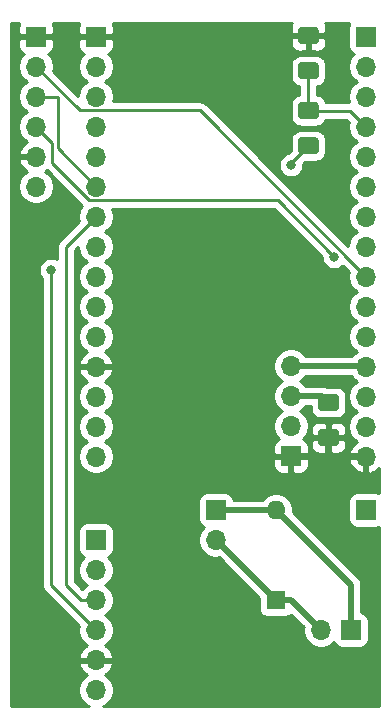
<source format=gbr>
%TF.GenerationSoftware,KiCad,Pcbnew,(5.1.6-0)*%
%TF.CreationDate,2022-10-03T16:44:33+02:00*%
%TF.ProjectId,Ouidire_v1,4f756964-6972-4655-9f76-312e6b696361,rev?*%
%TF.SameCoordinates,Original*%
%TF.FileFunction,Copper,L1,Top*%
%TF.FilePolarity,Positive*%
%FSLAX46Y46*%
G04 Gerber Fmt 4.6, Leading zero omitted, Abs format (unit mm)*
G04 Created by KiCad (PCBNEW (5.1.6-0)) date 2022-10-03 16:44:33*
%MOMM*%
%LPD*%
G01*
G04 APERTURE LIST*
%TA.AperFunction,ComponentPad*%
%ADD10R,1.700000X1.700000*%
%TD*%
%TA.AperFunction,ComponentPad*%
%ADD11O,1.700000X1.700000*%
%TD*%
%TA.AperFunction,ComponentPad*%
%ADD12R,1.600000X1.600000*%
%TD*%
%TA.AperFunction,ComponentPad*%
%ADD13O,1.600000X1.600000*%
%TD*%
%TA.AperFunction,ViaPad*%
%ADD14C,0.800000*%
%TD*%
%TA.AperFunction,Conductor*%
%ADD15C,0.500000*%
%TD*%
%TA.AperFunction,Conductor*%
%ADD16C,0.250000*%
%TD*%
%TA.AperFunction,Conductor*%
%ADD17C,0.254000*%
%TD*%
G04 APERTURE END LIST*
D10*
%TO.P,PCM5102,1*%
%TO.N,GND*%
X127000000Y-76755001D03*
D11*
%TO.P,PCM5102,2*%
%TO.N,BCK*%
X127000000Y-79295001D03*
%TO.P,PCM5102,3*%
%TO.N,DOUT*%
X127000000Y-81835001D03*
%TO.P,PCM5102,4*%
%TO.N,LCK*%
X127000000Y-84375001D03*
%TO.P,PCM5102,5*%
%TO.N,GND*%
X127000000Y-86915001D03*
%TO.P,PCM5102,6*%
%TO.N,+3V3*%
X127000000Y-89455001D03*
%TD*%
D10*
%TO.P,JST_LedBtn1,1*%
%TO.N,GND*%
X148590000Y-112268000D03*
D11*
%TO.P,JST_LedBtn1,2*%
%TO.N,RST*%
X148590000Y-109728000D03*
%TO.P,JST_LedBtn1,3*%
%TO.N,Net-(JST_LedBtn1-Pad3)*%
X148590000Y-107188000D03*
%TO.P,JST_LedBtn1,4*%
%TO.N,LED*%
X148590000Y-104648000D03*
%TD*%
%TO.P,Coil1,2*%
%TO.N,Net-(Coil1-Pad2)*%
X142240000Y-119380000D03*
D10*
%TO.P,Coil1,1*%
%TO.N,Net-(Coil1-Pad1)*%
X142240000Y-116840000D03*
%TD*%
%TO.P,Coil2,1*%
%TO.N,Net-(Coil1-Pad1)*%
X153670000Y-127000000D03*
D11*
%TO.P,Coil2,2*%
%TO.N,Net-(Coil1-Pad2)*%
X151130000Y-127000000D03*
%TD*%
D12*
%TO.P,D1,1*%
%TO.N,Net-(Coil1-Pad2)*%
X147320000Y-124460000D03*
D13*
%TO.P,D1,2*%
%TO.N,Net-(Coil1-Pad1)*%
X147320000Y-116840000D03*
%TD*%
D10*
%TO.P,VUSB+,1*%
%TO.N,Net-(J1-Pad1)*%
X154940000Y-116840000D03*
%TD*%
%TO.P,R1,1*%
%TO.N,Net-(J1-Pad1)*%
%TA.AperFunction,SMDPad,CuDef*%
G36*
G01*
X150688200Y-86705800D02*
X149438200Y-86705800D01*
G75*
G02*
X149188200Y-86455800I0J250000D01*
G01*
X149188200Y-85530800D01*
G75*
G02*
X149438200Y-85280800I250000J0D01*
G01*
X150688200Y-85280800D01*
G75*
G02*
X150938200Y-85530800I0J-250000D01*
G01*
X150938200Y-86455800D01*
G75*
G02*
X150688200Y-86705800I-250000J0D01*
G01*
G37*
%TD.AperFunction*%
%TO.P,R1,2*%
%TO.N,Net-(R1-Pad2)*%
%TA.AperFunction,SMDPad,CuDef*%
G36*
G01*
X150688200Y-83730800D02*
X149438200Y-83730800D01*
G75*
G02*
X149188200Y-83480800I0J250000D01*
G01*
X149188200Y-82555800D01*
G75*
G02*
X149438200Y-82305800I250000J0D01*
G01*
X150688200Y-82305800D01*
G75*
G02*
X150938200Y-82555800I0J-250000D01*
G01*
X150938200Y-83480800D01*
G75*
G02*
X150688200Y-83730800I-250000J0D01*
G01*
G37*
%TD.AperFunction*%
%TD*%
%TO.P,R2,2*%
%TO.N,GND*%
%TA.AperFunction,SMDPad,CuDef*%
G36*
G01*
X150688200Y-77380800D02*
X149438200Y-77380800D01*
G75*
G02*
X149188200Y-77130800I0J250000D01*
G01*
X149188200Y-76205800D01*
G75*
G02*
X149438200Y-75955800I250000J0D01*
G01*
X150688200Y-75955800D01*
G75*
G02*
X150938200Y-76205800I0J-250000D01*
G01*
X150938200Y-77130800D01*
G75*
G02*
X150688200Y-77380800I-250000J0D01*
G01*
G37*
%TD.AperFunction*%
%TO.P,R2,1*%
%TO.N,Net-(R1-Pad2)*%
%TA.AperFunction,SMDPad,CuDef*%
G36*
G01*
X150688200Y-80355800D02*
X149438200Y-80355800D01*
G75*
G02*
X149188200Y-80105800I0J250000D01*
G01*
X149188200Y-79180800D01*
G75*
G02*
X149438200Y-78930800I250000J0D01*
G01*
X150688200Y-78930800D01*
G75*
G02*
X150938200Y-79180800I0J-250000D01*
G01*
X150938200Y-80105800D01*
G75*
G02*
X150688200Y-80355800I-250000J0D01*
G01*
G37*
%TD.AperFunction*%
%TD*%
%TO.P,R3,1*%
%TO.N,GND*%
%TA.AperFunction,SMDPad,CuDef*%
G36*
G01*
X152390000Y-111420000D02*
X151140000Y-111420000D01*
G75*
G02*
X150890000Y-111170000I0J250000D01*
G01*
X150890000Y-110245000D01*
G75*
G02*
X151140000Y-109995000I250000J0D01*
G01*
X152390000Y-109995000D01*
G75*
G02*
X152640000Y-110245000I0J-250000D01*
G01*
X152640000Y-111170000D01*
G75*
G02*
X152390000Y-111420000I-250000J0D01*
G01*
G37*
%TD.AperFunction*%
%TO.P,R3,2*%
%TO.N,Net-(JST_LedBtn1-Pad3)*%
%TA.AperFunction,SMDPad,CuDef*%
G36*
G01*
X152390000Y-108445000D02*
X151140000Y-108445000D01*
G75*
G02*
X150890000Y-108195000I0J250000D01*
G01*
X150890000Y-107270000D01*
G75*
G02*
X151140000Y-107020000I250000J0D01*
G01*
X152390000Y-107020000D01*
G75*
G02*
X152640000Y-107270000I0J-250000D01*
G01*
X152640000Y-108195000D01*
G75*
G02*
X152390000Y-108445000I-250000J0D01*
G01*
G37*
%TD.AperFunction*%
%TD*%
D11*
%TO.P,SeeedRFID1,6*%
%TO.N,+3V3*%
X132080000Y-132080000D03*
%TO.P,SeeedRFID1,5*%
%TO.N,GND*%
X132080000Y-129540000D03*
%TO.P,SeeedRFID1,4*%
%TO.N,RX*%
X132080000Y-127000000D03*
%TO.P,SeeedRFID1,3*%
%TO.N,TX*%
X132080000Y-124460000D03*
%TO.P,SeeedRFID1,2*%
%TO.N,Net-(SeeedRFID1-Pad2)*%
X132080000Y-121920000D03*
D10*
%TO.P,SeeedRFID1,1*%
%TO.N,Net-(SeeedRFID1-Pad1)*%
X132080000Y-119380000D03*
%TD*%
%TO.P,TTGO_T8_V1.7_L1,1*%
%TO.N,Net-(TTGO_T8_V1.7_L1-Pad1)*%
X154940000Y-76755001D03*
D11*
%TO.P,TTGO_T8_V1.7_L1,2*%
%TO.N,Net-(TTGO_T8_V1.7_L1-Pad2)*%
X154940000Y-79295001D03*
%TO.P,TTGO_T8_V1.7_L1,3*%
%TO.N,RST*%
X154940000Y-81835001D03*
%TO.P,TTGO_T8_V1.7_L1,4*%
%TO.N,Net-(R1-Pad2)*%
X154940000Y-84375001D03*
%TO.P,TTGO_T8_V1.7_L1,5*%
%TO.N,Net-(TTGO_T8_V1.7_L1-Pad5)*%
X154940000Y-86915001D03*
%TO.P,TTGO_T8_V1.7_L1,6*%
%TO.N,Net-(TTGO_T8_V1.7_L1-Pad6)*%
X154940000Y-89455001D03*
%TO.P,TTGO_T8_V1.7_L1,7*%
%TO.N,Net-(TTGO_T8_V1.7_L1-Pad7)*%
X154940000Y-91995001D03*
%TO.P,TTGO_T8_V1.7_L1,8*%
%TO.N,LCK*%
X154940000Y-94535001D03*
%TO.P,TTGO_T8_V1.7_L1,9*%
%TO.N,BCK*%
X154940000Y-97075001D03*
%TO.P,TTGO_T8_V1.7_L1,10*%
%TO.N,Net-(TTGO_T8_V1.7_L1-Pad10)*%
X154940000Y-99615001D03*
%TO.P,TTGO_T8_V1.7_L1,11*%
%TO.N,Net-(TTGO_T8_V1.7_L1-Pad11)*%
X154940000Y-102155001D03*
%TO.P,TTGO_T8_V1.7_L1,12*%
%TO.N,LED*%
X154940000Y-104695001D03*
%TO.P,TTGO_T8_V1.7_L1,13*%
%TO.N,Net-(TTGO_T8_V1.7_L1-Pad13)*%
X154940000Y-107235001D03*
%TO.P,TTGO_T8_V1.7_L1,14*%
%TO.N,Net-(TTGO_T8_V1.7_L1-Pad14)*%
X154940000Y-109775001D03*
%TO.P,TTGO_T8_V1.7_L1,15*%
%TO.N,GND*%
X154940000Y-112315001D03*
%TD*%
%TO.P,TTGO_T8_V1.7_R1,15*%
%TO.N,Net-(TTGO_T8_V1.7_R1-Pad15)*%
X132080000Y-112315001D03*
%TO.P,TTGO_T8_V1.7_R1,14*%
%TO.N,Net-(TTGO_T8_V1.7_R1-Pad14)*%
X132080000Y-109775001D03*
%TO.P,TTGO_T8_V1.7_R1,13*%
%TO.N,Net-(TTGO_T8_V1.7_R1-Pad13)*%
X132080000Y-107235001D03*
%TO.P,TTGO_T8_V1.7_R1,12*%
%TO.N,GND*%
X132080000Y-104695001D03*
%TO.P,TTGO_T8_V1.7_R1,11*%
%TO.N,Net-(TTGO_T8_V1.7_R1-Pad11)*%
X132080000Y-102155001D03*
%TO.P,TTGO_T8_V1.7_R1,10*%
%TO.N,Net-(TTGO_T8_V1.7_R1-Pad10)*%
X132080000Y-99615001D03*
%TO.P,TTGO_T8_V1.7_R1,9*%
%TO.N,Net-(TTGO_T8_V1.7_R1-Pad9)*%
X132080000Y-97075001D03*
%TO.P,TTGO_T8_V1.7_R1,8*%
%TO.N,RX*%
X132080000Y-94535001D03*
%TO.P,TTGO_T8_V1.7_R1,7*%
%TO.N,TX*%
X132080000Y-91995001D03*
%TO.P,TTGO_T8_V1.7_R1,6*%
%TO.N,DOUT*%
X132080000Y-89455001D03*
%TO.P,TTGO_T8_V1.7_R1,5*%
%TO.N,Net-(TTGO_T8_V1.7_R1-Pad5)*%
X132080000Y-86915001D03*
%TO.P,TTGO_T8_V1.7_R1,4*%
%TO.N,Net-(TTGO_T8_V1.7_R1-Pad4)*%
X132080000Y-84375001D03*
%TO.P,TTGO_T8_V1.7_R1,3*%
%TO.N,Net-(TTGO_T8_V1.7_R1-Pad3)*%
X132080000Y-81835001D03*
%TO.P,TTGO_T8_V1.7_R1,2*%
%TO.N,+3V3*%
X132080000Y-79295001D03*
D10*
%TO.P,TTGO_T8_V1.7_R1,1*%
%TO.N,GND*%
X132080000Y-76755001D03*
%TD*%
D14*
%TO.N,Net-(J1-Pad1)*%
X148590000Y-87630000D03*
%TO.N,LCK*%
X152244847Y-95405153D03*
%TO.N,RX*%
X128270000Y-96520000D03*
%TD*%
D15*
%TO.N,Net-(Coil1-Pad2)*%
X142240000Y-119380000D02*
X147320000Y-124460000D01*
X148590000Y-124460000D02*
X151130000Y-127000000D01*
X147320000Y-124460000D02*
X148590000Y-124460000D01*
%TO.N,Net-(Coil1-Pad1)*%
X142240000Y-116840000D02*
X147320000Y-116840000D01*
X153670000Y-123190000D02*
X153670000Y-127000000D01*
X147320000Y-116840000D02*
X153670000Y-123190000D01*
D16*
%TO.N,Net-(J1-Pad1)*%
X148590000Y-87466500D02*
X150063200Y-85993300D01*
X148590000Y-87630000D02*
X148590000Y-87466500D01*
D15*
%TO.N,GND*%
X154892999Y-112268000D02*
X154940000Y-112315001D01*
X151765000Y-112141000D02*
X151638000Y-112268000D01*
X151765000Y-110707500D02*
X151765000Y-112141000D01*
X151638000Y-112268000D02*
X154892999Y-112268000D01*
X148590000Y-112268000D02*
X151638000Y-112268000D01*
%TO.N,Net-(JST_LedBtn1-Pad3)*%
X151220500Y-107188000D02*
X151765000Y-107732500D01*
X148590000Y-107188000D02*
X151220500Y-107188000D01*
%TO.N,LED*%
X154892999Y-104648000D02*
X154940000Y-104695001D01*
X148590000Y-104648000D02*
X154892999Y-104648000D01*
D16*
%TO.N,BCK*%
X140875001Y-83010002D02*
X154940000Y-97075001D01*
X130715001Y-83010002D02*
X140875001Y-83010002D01*
X127000000Y-79295001D02*
X130715001Y-83010002D01*
%TO.N,DOUT*%
X127000000Y-81835001D02*
X128825001Y-81835001D01*
X128825001Y-86200002D02*
X132080000Y-89455001D01*
X128825001Y-81835001D02*
X128825001Y-86200002D01*
%TO.N,LCK*%
X128374991Y-87488994D02*
X131515999Y-90630002D01*
X127000000Y-84375001D02*
X128374991Y-85749992D01*
X147469696Y-90630002D02*
X152244847Y-95405153D01*
X131515999Y-90630002D02*
X147469696Y-90630002D01*
X128374991Y-85749992D02*
X128374991Y-87488994D01*
%TO.N,RX*%
X128270000Y-123190000D02*
X128270000Y-96520000D01*
X132080000Y-127000000D02*
X128270000Y-123190000D01*
%TO.N,TX*%
X132080000Y-124460000D02*
X130810000Y-124460000D01*
X130810000Y-124460000D02*
X129540000Y-123190000D01*
X129540000Y-94535001D02*
X132080000Y-91995001D01*
X129540000Y-123190000D02*
X129540000Y-94535001D01*
%TO.N,Net-(R1-Pad2)*%
X153583299Y-83018300D02*
X154940000Y-84375001D01*
X150063200Y-83018300D02*
X153583299Y-83018300D01*
X150063200Y-79643300D02*
X150063200Y-83018300D01*
%TD*%
D17*
%TO.N,GND*%
G36*
X125560498Y-75660821D02*
G01*
X125524188Y-75780519D01*
X125511928Y-75905001D01*
X125515000Y-76469251D01*
X125673750Y-76628001D01*
X126873000Y-76628001D01*
X126873000Y-76608001D01*
X127127000Y-76608001D01*
X127127000Y-76628001D01*
X128326250Y-76628001D01*
X128485000Y-76469251D01*
X128488072Y-75905001D01*
X128475812Y-75780519D01*
X128439502Y-75660821D01*
X128401647Y-75590000D01*
X130678353Y-75590000D01*
X130640498Y-75660821D01*
X130604188Y-75780519D01*
X130591928Y-75905001D01*
X130595000Y-76469251D01*
X130753750Y-76628001D01*
X131953000Y-76628001D01*
X131953000Y-76608001D01*
X132207000Y-76608001D01*
X132207000Y-76628001D01*
X133406250Y-76628001D01*
X133565000Y-76469251D01*
X133568072Y-75905001D01*
X133555812Y-75780519D01*
X133519502Y-75660821D01*
X133481647Y-75590000D01*
X148666942Y-75590000D01*
X148657663Y-75601306D01*
X148598698Y-75711620D01*
X148562388Y-75831318D01*
X148550128Y-75955800D01*
X148553200Y-76382550D01*
X148711950Y-76541300D01*
X149936200Y-76541300D01*
X149936200Y-76521300D01*
X150190200Y-76521300D01*
X150190200Y-76541300D01*
X151414450Y-76541300D01*
X151573200Y-76382550D01*
X151576272Y-75955800D01*
X151564012Y-75831318D01*
X151527702Y-75711620D01*
X151468737Y-75601306D01*
X151459458Y-75590000D01*
X153538353Y-75590000D01*
X153500498Y-75660821D01*
X153464188Y-75780519D01*
X153451928Y-75905001D01*
X153451928Y-77605001D01*
X153464188Y-77729483D01*
X153500498Y-77849181D01*
X153559463Y-77959495D01*
X153638815Y-78056186D01*
X153735506Y-78135538D01*
X153845820Y-78194503D01*
X153918380Y-78216514D01*
X153786525Y-78348369D01*
X153624010Y-78591590D01*
X153512068Y-78861843D01*
X153455000Y-79148741D01*
X153455000Y-79441261D01*
X153512068Y-79728159D01*
X153624010Y-79998412D01*
X153786525Y-80241633D01*
X153993368Y-80448476D01*
X154167760Y-80565001D01*
X153993368Y-80681526D01*
X153786525Y-80888369D01*
X153624010Y-81131590D01*
X153512068Y-81401843D01*
X153455000Y-81688741D01*
X153455000Y-81981261D01*
X153510107Y-82258300D01*
X151521519Y-82258300D01*
X151508672Y-82215950D01*
X151426605Y-82062414D01*
X151316162Y-81927838D01*
X151181586Y-81817395D01*
X151028050Y-81735328D01*
X150861454Y-81684792D01*
X150823200Y-81681024D01*
X150823200Y-80980576D01*
X150861454Y-80976808D01*
X151028050Y-80926272D01*
X151181586Y-80844205D01*
X151316162Y-80733762D01*
X151426605Y-80599186D01*
X151508672Y-80445650D01*
X151559208Y-80279054D01*
X151576272Y-80105800D01*
X151576272Y-79180800D01*
X151559208Y-79007546D01*
X151508672Y-78840950D01*
X151426605Y-78687414D01*
X151316162Y-78552838D01*
X151181586Y-78442395D01*
X151028050Y-78360328D01*
X150861454Y-78309792D01*
X150688200Y-78292728D01*
X149438200Y-78292728D01*
X149264946Y-78309792D01*
X149098350Y-78360328D01*
X148944814Y-78442395D01*
X148810238Y-78552838D01*
X148699795Y-78687414D01*
X148617728Y-78840950D01*
X148567192Y-79007546D01*
X148550128Y-79180800D01*
X148550128Y-80105800D01*
X148567192Y-80279054D01*
X148617728Y-80445650D01*
X148699795Y-80599186D01*
X148810238Y-80733762D01*
X148944814Y-80844205D01*
X149098350Y-80926272D01*
X149264946Y-80976808D01*
X149303200Y-80980576D01*
X149303201Y-81681024D01*
X149264946Y-81684792D01*
X149098350Y-81735328D01*
X148944814Y-81817395D01*
X148810238Y-81927838D01*
X148699795Y-82062414D01*
X148617728Y-82215950D01*
X148567192Y-82382546D01*
X148550128Y-82555800D01*
X148550128Y-83480800D01*
X148567192Y-83654054D01*
X148617728Y-83820650D01*
X148699795Y-83974186D01*
X148810238Y-84108762D01*
X148944814Y-84219205D01*
X149098350Y-84301272D01*
X149264946Y-84351808D01*
X149438200Y-84368872D01*
X150688200Y-84368872D01*
X150861454Y-84351808D01*
X151028050Y-84301272D01*
X151181586Y-84219205D01*
X151316162Y-84108762D01*
X151426605Y-83974186D01*
X151508672Y-83820650D01*
X151521519Y-83778300D01*
X153268498Y-83778300D01*
X153498791Y-84008593D01*
X153455000Y-84228741D01*
X153455000Y-84521261D01*
X153512068Y-84808159D01*
X153624010Y-85078412D01*
X153786525Y-85321633D01*
X153993368Y-85528476D01*
X154167760Y-85645001D01*
X153993368Y-85761526D01*
X153786525Y-85968369D01*
X153624010Y-86211590D01*
X153512068Y-86481843D01*
X153455000Y-86768741D01*
X153455000Y-87061261D01*
X153512068Y-87348159D01*
X153624010Y-87618412D01*
X153786525Y-87861633D01*
X153993368Y-88068476D01*
X154167760Y-88185001D01*
X153993368Y-88301526D01*
X153786525Y-88508369D01*
X153624010Y-88751590D01*
X153512068Y-89021843D01*
X153455000Y-89308741D01*
X153455000Y-89601261D01*
X153512068Y-89888159D01*
X153624010Y-90158412D01*
X153786525Y-90401633D01*
X153993368Y-90608476D01*
X154167760Y-90725001D01*
X153993368Y-90841526D01*
X153786525Y-91048369D01*
X153624010Y-91291590D01*
X153512068Y-91561843D01*
X153455000Y-91848741D01*
X153455000Y-92141261D01*
X153512068Y-92428159D01*
X153624010Y-92698412D01*
X153786525Y-92941633D01*
X153993368Y-93148476D01*
X154167760Y-93265001D01*
X153993368Y-93381526D01*
X153786525Y-93588369D01*
X153624010Y-93831590D01*
X153512068Y-94101843D01*
X153455000Y-94388741D01*
X153455000Y-94515199D01*
X146467862Y-87528061D01*
X147555000Y-87528061D01*
X147555000Y-87731939D01*
X147594774Y-87931898D01*
X147672795Y-88120256D01*
X147786063Y-88289774D01*
X147930226Y-88433937D01*
X148099744Y-88547205D01*
X148288102Y-88625226D01*
X148488061Y-88665000D01*
X148691939Y-88665000D01*
X148891898Y-88625226D01*
X149080256Y-88547205D01*
X149249774Y-88433937D01*
X149393937Y-88289774D01*
X149507205Y-88120256D01*
X149585226Y-87931898D01*
X149625000Y-87731939D01*
X149625000Y-87528061D01*
X149621390Y-87509912D01*
X149787430Y-87343872D01*
X150688200Y-87343872D01*
X150861454Y-87326808D01*
X151028050Y-87276272D01*
X151181586Y-87194205D01*
X151316162Y-87083762D01*
X151426605Y-86949186D01*
X151508672Y-86795650D01*
X151559208Y-86629054D01*
X151576272Y-86455800D01*
X151576272Y-85530800D01*
X151559208Y-85357546D01*
X151508672Y-85190950D01*
X151426605Y-85037414D01*
X151316162Y-84902838D01*
X151181586Y-84792395D01*
X151028050Y-84710328D01*
X150861454Y-84659792D01*
X150688200Y-84642728D01*
X149438200Y-84642728D01*
X149264946Y-84659792D01*
X149098350Y-84710328D01*
X148944814Y-84792395D01*
X148810238Y-84902838D01*
X148699795Y-85037414D01*
X148617728Y-85190950D01*
X148567192Y-85357546D01*
X148550128Y-85530800D01*
X148550128Y-86431570D01*
X148361530Y-86620168D01*
X148288102Y-86634774D01*
X148099744Y-86712795D01*
X147930226Y-86826063D01*
X147786063Y-86970226D01*
X147672795Y-87139744D01*
X147594774Y-87328102D01*
X147555000Y-87528061D01*
X146467862Y-87528061D01*
X141438805Y-82499005D01*
X141415002Y-82470001D01*
X141299277Y-82375028D01*
X141167248Y-82304456D01*
X141023987Y-82260999D01*
X140912334Y-82250002D01*
X140912323Y-82250002D01*
X140875001Y-82246326D01*
X140837679Y-82250002D01*
X133511544Y-82250002D01*
X133565000Y-81981261D01*
X133565000Y-81688741D01*
X133507932Y-81401843D01*
X133395990Y-81131590D01*
X133233475Y-80888369D01*
X133026632Y-80681526D01*
X132852240Y-80565001D01*
X133026632Y-80448476D01*
X133233475Y-80241633D01*
X133395990Y-79998412D01*
X133507932Y-79728159D01*
X133565000Y-79441261D01*
X133565000Y-79148741D01*
X133507932Y-78861843D01*
X133395990Y-78591590D01*
X133233475Y-78348369D01*
X133101620Y-78216514D01*
X133174180Y-78194503D01*
X133284494Y-78135538D01*
X133381185Y-78056186D01*
X133460537Y-77959495D01*
X133519502Y-77849181D01*
X133555812Y-77729483D01*
X133568072Y-77605001D01*
X133566852Y-77380800D01*
X148550128Y-77380800D01*
X148562388Y-77505282D01*
X148598698Y-77624980D01*
X148657663Y-77735294D01*
X148737015Y-77831985D01*
X148833706Y-77911337D01*
X148944020Y-77970302D01*
X149063718Y-78006612D01*
X149188200Y-78018872D01*
X149777450Y-78015800D01*
X149936200Y-77857050D01*
X149936200Y-76795300D01*
X150190200Y-76795300D01*
X150190200Y-77857050D01*
X150348950Y-78015800D01*
X150938200Y-78018872D01*
X151062682Y-78006612D01*
X151182380Y-77970302D01*
X151292694Y-77911337D01*
X151389385Y-77831985D01*
X151468737Y-77735294D01*
X151527702Y-77624980D01*
X151564012Y-77505282D01*
X151576272Y-77380800D01*
X151573200Y-76954050D01*
X151414450Y-76795300D01*
X150190200Y-76795300D01*
X149936200Y-76795300D01*
X148711950Y-76795300D01*
X148553200Y-76954050D01*
X148550128Y-77380800D01*
X133566852Y-77380800D01*
X133565000Y-77040751D01*
X133406250Y-76882001D01*
X132207000Y-76882001D01*
X132207000Y-76902001D01*
X131953000Y-76902001D01*
X131953000Y-76882001D01*
X130753750Y-76882001D01*
X130595000Y-77040751D01*
X130591928Y-77605001D01*
X130604188Y-77729483D01*
X130640498Y-77849181D01*
X130699463Y-77959495D01*
X130778815Y-78056186D01*
X130875506Y-78135538D01*
X130985820Y-78194503D01*
X131058380Y-78216514D01*
X130926525Y-78348369D01*
X130764010Y-78591590D01*
X130652068Y-78861843D01*
X130595000Y-79148741D01*
X130595000Y-79441261D01*
X130652068Y-79728159D01*
X130764010Y-79998412D01*
X130926525Y-80241633D01*
X131133368Y-80448476D01*
X131307760Y-80565001D01*
X131133368Y-80681526D01*
X130926525Y-80888369D01*
X130764010Y-81131590D01*
X130652068Y-81401843D01*
X130595000Y-81688741D01*
X130595000Y-81815199D01*
X128441209Y-79661409D01*
X128485000Y-79441261D01*
X128485000Y-79148741D01*
X128427932Y-78861843D01*
X128315990Y-78591590D01*
X128153475Y-78348369D01*
X128021620Y-78216514D01*
X128094180Y-78194503D01*
X128204494Y-78135538D01*
X128301185Y-78056186D01*
X128380537Y-77959495D01*
X128439502Y-77849181D01*
X128475812Y-77729483D01*
X128488072Y-77605001D01*
X128485000Y-77040751D01*
X128326250Y-76882001D01*
X127127000Y-76882001D01*
X127127000Y-76902001D01*
X126873000Y-76902001D01*
X126873000Y-76882001D01*
X125673750Y-76882001D01*
X125515000Y-77040751D01*
X125511928Y-77605001D01*
X125524188Y-77729483D01*
X125560498Y-77849181D01*
X125619463Y-77959495D01*
X125698815Y-78056186D01*
X125795506Y-78135538D01*
X125905820Y-78194503D01*
X125978380Y-78216514D01*
X125846525Y-78348369D01*
X125684010Y-78591590D01*
X125572068Y-78861843D01*
X125515000Y-79148741D01*
X125515000Y-79441261D01*
X125572068Y-79728159D01*
X125684010Y-79998412D01*
X125846525Y-80241633D01*
X126053368Y-80448476D01*
X126227760Y-80565001D01*
X126053368Y-80681526D01*
X125846525Y-80888369D01*
X125684010Y-81131590D01*
X125572068Y-81401843D01*
X125515000Y-81688741D01*
X125515000Y-81981261D01*
X125572068Y-82268159D01*
X125684010Y-82538412D01*
X125846525Y-82781633D01*
X126053368Y-82988476D01*
X126227760Y-83105001D01*
X126053368Y-83221526D01*
X125846525Y-83428369D01*
X125684010Y-83671590D01*
X125572068Y-83941843D01*
X125515000Y-84228741D01*
X125515000Y-84521261D01*
X125572068Y-84808159D01*
X125684010Y-85078412D01*
X125846525Y-85321633D01*
X126053368Y-85528476D01*
X126235534Y-85650196D01*
X126118645Y-85719823D01*
X125902412Y-85914732D01*
X125728359Y-86148081D01*
X125603175Y-86410902D01*
X125558524Y-86558111D01*
X125679845Y-86788001D01*
X126873000Y-86788001D01*
X126873000Y-86768001D01*
X127127000Y-86768001D01*
X127127000Y-86788001D01*
X127147000Y-86788001D01*
X127147000Y-87042001D01*
X127127000Y-87042001D01*
X127127000Y-87062001D01*
X126873000Y-87062001D01*
X126873000Y-87042001D01*
X125679845Y-87042001D01*
X125558524Y-87271891D01*
X125603175Y-87419100D01*
X125728359Y-87681921D01*
X125902412Y-87915270D01*
X126118645Y-88110179D01*
X126235534Y-88179806D01*
X126053368Y-88301526D01*
X125846525Y-88508369D01*
X125684010Y-88751590D01*
X125572068Y-89021843D01*
X125515000Y-89308741D01*
X125515000Y-89601261D01*
X125572068Y-89888159D01*
X125684010Y-90158412D01*
X125846525Y-90401633D01*
X126053368Y-90608476D01*
X126296589Y-90770991D01*
X126566842Y-90882933D01*
X126853740Y-90940001D01*
X127146260Y-90940001D01*
X127433158Y-90882933D01*
X127703411Y-90770991D01*
X127946632Y-90608476D01*
X128153475Y-90401633D01*
X128315990Y-90158412D01*
X128427932Y-89888159D01*
X128485000Y-89601261D01*
X128485000Y-89308741D01*
X128427932Y-89021843D01*
X128315990Y-88751590D01*
X128153475Y-88508369D01*
X127946632Y-88301526D01*
X127764466Y-88179806D01*
X127881355Y-88110179D01*
X127902403Y-88091207D01*
X130899704Y-91088509D01*
X130764010Y-91291590D01*
X130652068Y-91561843D01*
X130595000Y-91848741D01*
X130595000Y-92141261D01*
X130638790Y-92361408D01*
X129028998Y-93971202D01*
X129000000Y-93995000D01*
X128976202Y-94023998D01*
X128976201Y-94023999D01*
X128905026Y-94110725D01*
X128834454Y-94242755D01*
X128790998Y-94386016D01*
X128776324Y-94535001D01*
X128780001Y-94572334D01*
X128780001Y-95615988D01*
X128760256Y-95602795D01*
X128571898Y-95524774D01*
X128371939Y-95485000D01*
X128168061Y-95485000D01*
X127968102Y-95524774D01*
X127779744Y-95602795D01*
X127610226Y-95716063D01*
X127466063Y-95860226D01*
X127352795Y-96029744D01*
X127274774Y-96218102D01*
X127235000Y-96418061D01*
X127235000Y-96621939D01*
X127274774Y-96821898D01*
X127352795Y-97010256D01*
X127466063Y-97179774D01*
X127510001Y-97223712D01*
X127510000Y-123152678D01*
X127506324Y-123190000D01*
X127510000Y-123227322D01*
X127510000Y-123227332D01*
X127520997Y-123338985D01*
X127564454Y-123482246D01*
X127635026Y-123614276D01*
X127672551Y-123660000D01*
X127729999Y-123730001D01*
X127759003Y-123753804D01*
X130638790Y-126633592D01*
X130595000Y-126853740D01*
X130595000Y-127146260D01*
X130652068Y-127433158D01*
X130764010Y-127703411D01*
X130926525Y-127946632D01*
X131133368Y-128153475D01*
X131315534Y-128275195D01*
X131198645Y-128344822D01*
X130982412Y-128539731D01*
X130808359Y-128773080D01*
X130683175Y-129035901D01*
X130638524Y-129183110D01*
X130759845Y-129413000D01*
X131953000Y-129413000D01*
X131953000Y-129393000D01*
X132207000Y-129393000D01*
X132207000Y-129413000D01*
X133400155Y-129413000D01*
X133521476Y-129183110D01*
X133476825Y-129035901D01*
X133351641Y-128773080D01*
X133177588Y-128539731D01*
X132961355Y-128344822D01*
X132844466Y-128275195D01*
X133026632Y-128153475D01*
X133233475Y-127946632D01*
X133395990Y-127703411D01*
X133507932Y-127433158D01*
X133565000Y-127146260D01*
X133565000Y-126853740D01*
X133507932Y-126566842D01*
X133395990Y-126296589D01*
X133233475Y-126053368D01*
X133026632Y-125846525D01*
X132852240Y-125730000D01*
X133026632Y-125613475D01*
X133233475Y-125406632D01*
X133395990Y-125163411D01*
X133507932Y-124893158D01*
X133565000Y-124606260D01*
X133565000Y-124313740D01*
X133507932Y-124026842D01*
X133395990Y-123756589D01*
X133233475Y-123513368D01*
X133026632Y-123306525D01*
X132852240Y-123190000D01*
X133026632Y-123073475D01*
X133233475Y-122866632D01*
X133395990Y-122623411D01*
X133507932Y-122353158D01*
X133565000Y-122066260D01*
X133565000Y-121773740D01*
X133507932Y-121486842D01*
X133395990Y-121216589D01*
X133233475Y-120973368D01*
X133101620Y-120841513D01*
X133174180Y-120819502D01*
X133284494Y-120760537D01*
X133381185Y-120681185D01*
X133460537Y-120584494D01*
X133519502Y-120474180D01*
X133555812Y-120354482D01*
X133568072Y-120230000D01*
X133568072Y-118530000D01*
X133555812Y-118405518D01*
X133519502Y-118285820D01*
X133460537Y-118175506D01*
X133381185Y-118078815D01*
X133284494Y-117999463D01*
X133174180Y-117940498D01*
X133054482Y-117904188D01*
X132930000Y-117891928D01*
X131230000Y-117891928D01*
X131105518Y-117904188D01*
X130985820Y-117940498D01*
X130875506Y-117999463D01*
X130778815Y-118078815D01*
X130699463Y-118175506D01*
X130640498Y-118285820D01*
X130604188Y-118405518D01*
X130591928Y-118530000D01*
X130591928Y-120230000D01*
X130604188Y-120354482D01*
X130640498Y-120474180D01*
X130699463Y-120584494D01*
X130778815Y-120681185D01*
X130875506Y-120760537D01*
X130985820Y-120819502D01*
X131058380Y-120841513D01*
X130926525Y-120973368D01*
X130764010Y-121216589D01*
X130652068Y-121486842D01*
X130595000Y-121773740D01*
X130595000Y-122066260D01*
X130652068Y-122353158D01*
X130764010Y-122623411D01*
X130926525Y-122866632D01*
X131133368Y-123073475D01*
X131307760Y-123190000D01*
X131133368Y-123306525D01*
X130932347Y-123507546D01*
X130300000Y-122875199D01*
X130300000Y-115990000D01*
X140751928Y-115990000D01*
X140751928Y-117690000D01*
X140764188Y-117814482D01*
X140800498Y-117934180D01*
X140859463Y-118044494D01*
X140938815Y-118141185D01*
X141035506Y-118220537D01*
X141145820Y-118279502D01*
X141218380Y-118301513D01*
X141086525Y-118433368D01*
X140924010Y-118676589D01*
X140812068Y-118946842D01*
X140755000Y-119233740D01*
X140755000Y-119526260D01*
X140812068Y-119813158D01*
X140924010Y-120083411D01*
X141086525Y-120326632D01*
X141293368Y-120533475D01*
X141536589Y-120695990D01*
X141806842Y-120807932D01*
X142093740Y-120865000D01*
X142386260Y-120865000D01*
X142458961Y-120850539D01*
X145881928Y-124273507D01*
X145881928Y-125260000D01*
X145894188Y-125384482D01*
X145930498Y-125504180D01*
X145989463Y-125614494D01*
X146068815Y-125711185D01*
X146165506Y-125790537D01*
X146275820Y-125849502D01*
X146395518Y-125885812D01*
X146520000Y-125898072D01*
X148120000Y-125898072D01*
X148244482Y-125885812D01*
X148364180Y-125849502D01*
X148474494Y-125790537D01*
X148571185Y-125711185D01*
X148579489Y-125701067D01*
X149659461Y-126781040D01*
X149645000Y-126853740D01*
X149645000Y-127146260D01*
X149702068Y-127433158D01*
X149814010Y-127703411D01*
X149976525Y-127946632D01*
X150183368Y-128153475D01*
X150426589Y-128315990D01*
X150696842Y-128427932D01*
X150983740Y-128485000D01*
X151276260Y-128485000D01*
X151563158Y-128427932D01*
X151833411Y-128315990D01*
X152076632Y-128153475D01*
X152208487Y-128021620D01*
X152230498Y-128094180D01*
X152289463Y-128204494D01*
X152368815Y-128301185D01*
X152465506Y-128380537D01*
X152575820Y-128439502D01*
X152695518Y-128475812D01*
X152820000Y-128488072D01*
X154520000Y-128488072D01*
X154644482Y-128475812D01*
X154764180Y-128439502D01*
X154874494Y-128380537D01*
X154971185Y-128301185D01*
X155050537Y-128204494D01*
X155109502Y-128094180D01*
X155145812Y-127974482D01*
X155158072Y-127850000D01*
X155158072Y-126150000D01*
X155145812Y-126025518D01*
X155109502Y-125905820D01*
X155050537Y-125795506D01*
X154971185Y-125698815D01*
X154874494Y-125619463D01*
X154764180Y-125560498D01*
X154644482Y-125524188D01*
X154555000Y-125515375D01*
X154555000Y-123233465D01*
X154559281Y-123189999D01*
X154555000Y-123146533D01*
X154555000Y-123146523D01*
X154542195Y-123016510D01*
X154491589Y-122849687D01*
X154409411Y-122695941D01*
X154371707Y-122649999D01*
X154326532Y-122594953D01*
X154326530Y-122594951D01*
X154298817Y-122561183D01*
X154265051Y-122533472D01*
X148748017Y-117016439D01*
X148755000Y-116981335D01*
X148755000Y-116698665D01*
X148699853Y-116421426D01*
X148591680Y-116160273D01*
X148434637Y-115925241D01*
X148234759Y-115725363D01*
X147999727Y-115568320D01*
X147738574Y-115460147D01*
X147461335Y-115405000D01*
X147178665Y-115405000D01*
X146901426Y-115460147D01*
X146640273Y-115568320D01*
X146405241Y-115725363D01*
X146205363Y-115925241D01*
X146185479Y-115955000D01*
X143724625Y-115955000D01*
X143715812Y-115865518D01*
X143679502Y-115745820D01*
X143620537Y-115635506D01*
X143541185Y-115538815D01*
X143444494Y-115459463D01*
X143334180Y-115400498D01*
X143214482Y-115364188D01*
X143090000Y-115351928D01*
X141390000Y-115351928D01*
X141265518Y-115364188D01*
X141145820Y-115400498D01*
X141035506Y-115459463D01*
X140938815Y-115538815D01*
X140859463Y-115635506D01*
X140800498Y-115745820D01*
X140764188Y-115865518D01*
X140751928Y-115990000D01*
X130300000Y-115990000D01*
X130300000Y-107088741D01*
X130595000Y-107088741D01*
X130595000Y-107381261D01*
X130652068Y-107668159D01*
X130764010Y-107938412D01*
X130926525Y-108181633D01*
X131133368Y-108388476D01*
X131307760Y-108505001D01*
X131133368Y-108621526D01*
X130926525Y-108828369D01*
X130764010Y-109071590D01*
X130652068Y-109341843D01*
X130595000Y-109628741D01*
X130595000Y-109921261D01*
X130652068Y-110208159D01*
X130764010Y-110478412D01*
X130926525Y-110721633D01*
X131133368Y-110928476D01*
X131307760Y-111045001D01*
X131133368Y-111161526D01*
X130926525Y-111368369D01*
X130764010Y-111611590D01*
X130652068Y-111881843D01*
X130595000Y-112168741D01*
X130595000Y-112461261D01*
X130652068Y-112748159D01*
X130764010Y-113018412D01*
X130926525Y-113261633D01*
X131133368Y-113468476D01*
X131376589Y-113630991D01*
X131646842Y-113742933D01*
X131933740Y-113800001D01*
X132226260Y-113800001D01*
X132513158Y-113742933D01*
X132783411Y-113630991D01*
X133026632Y-113468476D01*
X133233475Y-113261633D01*
X133329447Y-113118000D01*
X147101928Y-113118000D01*
X147114188Y-113242482D01*
X147150498Y-113362180D01*
X147209463Y-113472494D01*
X147288815Y-113569185D01*
X147385506Y-113648537D01*
X147495820Y-113707502D01*
X147615518Y-113743812D01*
X147740000Y-113756072D01*
X148304250Y-113753000D01*
X148463000Y-113594250D01*
X148463000Y-112395000D01*
X148717000Y-112395000D01*
X148717000Y-113594250D01*
X148875750Y-113753000D01*
X149440000Y-113756072D01*
X149564482Y-113743812D01*
X149684180Y-113707502D01*
X149794494Y-113648537D01*
X149891185Y-113569185D01*
X149970537Y-113472494D01*
X150029502Y-113362180D01*
X150065812Y-113242482D01*
X150078072Y-113118000D01*
X150075644Y-112671891D01*
X153498524Y-112671891D01*
X153543175Y-112819100D01*
X153668359Y-113081921D01*
X153842412Y-113315270D01*
X154058645Y-113510179D01*
X154308748Y-113659158D01*
X154583109Y-113756482D01*
X154813000Y-113635815D01*
X154813000Y-112442001D01*
X153619845Y-112442001D01*
X153498524Y-112671891D01*
X150075644Y-112671891D01*
X150075000Y-112553750D01*
X149916250Y-112395000D01*
X148717000Y-112395000D01*
X148463000Y-112395000D01*
X147263750Y-112395000D01*
X147105000Y-112553750D01*
X147101928Y-113118000D01*
X133329447Y-113118000D01*
X133395990Y-113018412D01*
X133507932Y-112748159D01*
X133565000Y-112461261D01*
X133565000Y-112168741D01*
X133507932Y-111881843D01*
X133395990Y-111611590D01*
X133233475Y-111368369D01*
X133026632Y-111161526D01*
X132852240Y-111045001D01*
X133026632Y-110928476D01*
X133233475Y-110721633D01*
X133395990Y-110478412D01*
X133507932Y-110208159D01*
X133565000Y-109921261D01*
X133565000Y-109628741D01*
X133507932Y-109341843D01*
X133395990Y-109071590D01*
X133233475Y-108828369D01*
X133026632Y-108621526D01*
X132852240Y-108505001D01*
X133026632Y-108388476D01*
X133233475Y-108181633D01*
X133395990Y-107938412D01*
X133507932Y-107668159D01*
X133565000Y-107381261D01*
X133565000Y-107088741D01*
X133507932Y-106801843D01*
X133395990Y-106531590D01*
X133233475Y-106288369D01*
X133026632Y-106081526D01*
X132844466Y-105959806D01*
X132961355Y-105890179D01*
X133177588Y-105695270D01*
X133351641Y-105461921D01*
X133476825Y-105199100D01*
X133521476Y-105051891D01*
X133400155Y-104822001D01*
X132207000Y-104822001D01*
X132207000Y-104842001D01*
X131953000Y-104842001D01*
X131953000Y-104822001D01*
X130759845Y-104822001D01*
X130638524Y-105051891D01*
X130683175Y-105199100D01*
X130808359Y-105461921D01*
X130982412Y-105695270D01*
X131198645Y-105890179D01*
X131315534Y-105959806D01*
X131133368Y-106081526D01*
X130926525Y-106288369D01*
X130764010Y-106531590D01*
X130652068Y-106801843D01*
X130595000Y-107088741D01*
X130300000Y-107088741D01*
X130300000Y-94849802D01*
X130595000Y-94554802D01*
X130595000Y-94681261D01*
X130652068Y-94968159D01*
X130764010Y-95238412D01*
X130926525Y-95481633D01*
X131133368Y-95688476D01*
X131307760Y-95805001D01*
X131133368Y-95921526D01*
X130926525Y-96128369D01*
X130764010Y-96371590D01*
X130652068Y-96641843D01*
X130595000Y-96928741D01*
X130595000Y-97221261D01*
X130652068Y-97508159D01*
X130764010Y-97778412D01*
X130926525Y-98021633D01*
X131133368Y-98228476D01*
X131307760Y-98345001D01*
X131133368Y-98461526D01*
X130926525Y-98668369D01*
X130764010Y-98911590D01*
X130652068Y-99181843D01*
X130595000Y-99468741D01*
X130595000Y-99761261D01*
X130652068Y-100048159D01*
X130764010Y-100318412D01*
X130926525Y-100561633D01*
X131133368Y-100768476D01*
X131307760Y-100885001D01*
X131133368Y-101001526D01*
X130926525Y-101208369D01*
X130764010Y-101451590D01*
X130652068Y-101721843D01*
X130595000Y-102008741D01*
X130595000Y-102301261D01*
X130652068Y-102588159D01*
X130764010Y-102858412D01*
X130926525Y-103101633D01*
X131133368Y-103308476D01*
X131315534Y-103430196D01*
X131198645Y-103499823D01*
X130982412Y-103694732D01*
X130808359Y-103928081D01*
X130683175Y-104190902D01*
X130638524Y-104338111D01*
X130759845Y-104568001D01*
X131953000Y-104568001D01*
X131953000Y-104548001D01*
X132207000Y-104548001D01*
X132207000Y-104568001D01*
X133400155Y-104568001D01*
X133521476Y-104338111D01*
X133476825Y-104190902D01*
X133351641Y-103928081D01*
X133177588Y-103694732D01*
X132961355Y-103499823D01*
X132844466Y-103430196D01*
X133026632Y-103308476D01*
X133233475Y-103101633D01*
X133395990Y-102858412D01*
X133507932Y-102588159D01*
X133565000Y-102301261D01*
X133565000Y-102008741D01*
X133507932Y-101721843D01*
X133395990Y-101451590D01*
X133233475Y-101208369D01*
X133026632Y-101001526D01*
X132852240Y-100885001D01*
X133026632Y-100768476D01*
X133233475Y-100561633D01*
X133395990Y-100318412D01*
X133507932Y-100048159D01*
X133565000Y-99761261D01*
X133565000Y-99468741D01*
X133507932Y-99181843D01*
X133395990Y-98911590D01*
X133233475Y-98668369D01*
X133026632Y-98461526D01*
X132852240Y-98345001D01*
X133026632Y-98228476D01*
X133233475Y-98021633D01*
X133395990Y-97778412D01*
X133507932Y-97508159D01*
X133565000Y-97221261D01*
X133565000Y-96928741D01*
X133507932Y-96641843D01*
X133395990Y-96371590D01*
X133233475Y-96128369D01*
X133026632Y-95921526D01*
X132852240Y-95805001D01*
X133026632Y-95688476D01*
X133233475Y-95481633D01*
X133395990Y-95238412D01*
X133507932Y-94968159D01*
X133565000Y-94681261D01*
X133565000Y-94388741D01*
X133507932Y-94101843D01*
X133395990Y-93831590D01*
X133233475Y-93588369D01*
X133026632Y-93381526D01*
X132852240Y-93265001D01*
X133026632Y-93148476D01*
X133233475Y-92941633D01*
X133395990Y-92698412D01*
X133507932Y-92428159D01*
X133565000Y-92141261D01*
X133565000Y-91848741D01*
X133507932Y-91561843D01*
X133436753Y-91390002D01*
X147154895Y-91390002D01*
X151209847Y-95444955D01*
X151209847Y-95507092D01*
X151249621Y-95707051D01*
X151327642Y-95895409D01*
X151440910Y-96064927D01*
X151585073Y-96209090D01*
X151754591Y-96322358D01*
X151942949Y-96400379D01*
X152142908Y-96440153D01*
X152346786Y-96440153D01*
X152546745Y-96400379D01*
X152735103Y-96322358D01*
X152904621Y-96209090D01*
X152951954Y-96161757D01*
X153498790Y-96708593D01*
X153455000Y-96928741D01*
X153455000Y-97221261D01*
X153512068Y-97508159D01*
X153624010Y-97778412D01*
X153786525Y-98021633D01*
X153993368Y-98228476D01*
X154167760Y-98345001D01*
X153993368Y-98461526D01*
X153786525Y-98668369D01*
X153624010Y-98911590D01*
X153512068Y-99181843D01*
X153455000Y-99468741D01*
X153455000Y-99761261D01*
X153512068Y-100048159D01*
X153624010Y-100318412D01*
X153786525Y-100561633D01*
X153993368Y-100768476D01*
X154167760Y-100885001D01*
X153993368Y-101001526D01*
X153786525Y-101208369D01*
X153624010Y-101451590D01*
X153512068Y-101721843D01*
X153455000Y-102008741D01*
X153455000Y-102301261D01*
X153512068Y-102588159D01*
X153624010Y-102858412D01*
X153786525Y-103101633D01*
X153993368Y-103308476D01*
X154167760Y-103425001D01*
X153993368Y-103541526D01*
X153786525Y-103748369D01*
X153776749Y-103763000D01*
X149784656Y-103763000D01*
X149743475Y-103701368D01*
X149536632Y-103494525D01*
X149293411Y-103332010D01*
X149023158Y-103220068D01*
X148736260Y-103163000D01*
X148443740Y-103163000D01*
X148156842Y-103220068D01*
X147886589Y-103332010D01*
X147643368Y-103494525D01*
X147436525Y-103701368D01*
X147274010Y-103944589D01*
X147162068Y-104214842D01*
X147105000Y-104501740D01*
X147105000Y-104794260D01*
X147162068Y-105081158D01*
X147274010Y-105351411D01*
X147436525Y-105594632D01*
X147643368Y-105801475D01*
X147817760Y-105918000D01*
X147643368Y-106034525D01*
X147436525Y-106241368D01*
X147274010Y-106484589D01*
X147162068Y-106754842D01*
X147105000Y-107041740D01*
X147105000Y-107334260D01*
X147162068Y-107621158D01*
X147274010Y-107891411D01*
X147436525Y-108134632D01*
X147643368Y-108341475D01*
X147817760Y-108458000D01*
X147643368Y-108574525D01*
X147436525Y-108781368D01*
X147274010Y-109024589D01*
X147162068Y-109294842D01*
X147105000Y-109581740D01*
X147105000Y-109874260D01*
X147162068Y-110161158D01*
X147274010Y-110431411D01*
X147436525Y-110674632D01*
X147568380Y-110806487D01*
X147495820Y-110828498D01*
X147385506Y-110887463D01*
X147288815Y-110966815D01*
X147209463Y-111063506D01*
X147150498Y-111173820D01*
X147114188Y-111293518D01*
X147101928Y-111418000D01*
X147105000Y-111982250D01*
X147263750Y-112141000D01*
X148463000Y-112141000D01*
X148463000Y-112121000D01*
X148717000Y-112121000D01*
X148717000Y-112141000D01*
X149916250Y-112141000D01*
X150075000Y-111982250D01*
X150078061Y-111420000D01*
X150251928Y-111420000D01*
X150264188Y-111544482D01*
X150300498Y-111664180D01*
X150359463Y-111774494D01*
X150438815Y-111871185D01*
X150535506Y-111950537D01*
X150645820Y-112009502D01*
X150765518Y-112045812D01*
X150890000Y-112058072D01*
X151479250Y-112055000D01*
X151638000Y-111896250D01*
X151638000Y-110834500D01*
X151892000Y-110834500D01*
X151892000Y-111896250D01*
X152050750Y-112055000D01*
X152640000Y-112058072D01*
X152764482Y-112045812D01*
X152884180Y-112009502D01*
X152994494Y-111950537D01*
X153091185Y-111871185D01*
X153170537Y-111774494D01*
X153229502Y-111664180D01*
X153265812Y-111544482D01*
X153278072Y-111420000D01*
X153275000Y-110993250D01*
X153116250Y-110834500D01*
X151892000Y-110834500D01*
X151638000Y-110834500D01*
X150413750Y-110834500D01*
X150255000Y-110993250D01*
X150251928Y-111420000D01*
X150078061Y-111420000D01*
X150078072Y-111418000D01*
X150065812Y-111293518D01*
X150029502Y-111173820D01*
X149970537Y-111063506D01*
X149891185Y-110966815D01*
X149794494Y-110887463D01*
X149684180Y-110828498D01*
X149611620Y-110806487D01*
X149743475Y-110674632D01*
X149905990Y-110431411D01*
X150017932Y-110161158D01*
X150050983Y-109995000D01*
X150251928Y-109995000D01*
X150255000Y-110421750D01*
X150413750Y-110580500D01*
X151638000Y-110580500D01*
X151638000Y-109518750D01*
X151892000Y-109518750D01*
X151892000Y-110580500D01*
X153116250Y-110580500D01*
X153275000Y-110421750D01*
X153278072Y-109995000D01*
X153265812Y-109870518D01*
X153229502Y-109750820D01*
X153170537Y-109640506D01*
X153091185Y-109543815D01*
X152994494Y-109464463D01*
X152884180Y-109405498D01*
X152764482Y-109369188D01*
X152640000Y-109356928D01*
X152050750Y-109360000D01*
X151892000Y-109518750D01*
X151638000Y-109518750D01*
X151479250Y-109360000D01*
X150890000Y-109356928D01*
X150765518Y-109369188D01*
X150645820Y-109405498D01*
X150535506Y-109464463D01*
X150438815Y-109543815D01*
X150359463Y-109640506D01*
X150300498Y-109750820D01*
X150264188Y-109870518D01*
X150251928Y-109995000D01*
X150050983Y-109995000D01*
X150075000Y-109874260D01*
X150075000Y-109581740D01*
X150017932Y-109294842D01*
X149905990Y-109024589D01*
X149743475Y-108781368D01*
X149536632Y-108574525D01*
X149362240Y-108458000D01*
X149536632Y-108341475D01*
X149743475Y-108134632D01*
X149784656Y-108073000D01*
X150251928Y-108073000D01*
X150251928Y-108195000D01*
X150268992Y-108368254D01*
X150319528Y-108534850D01*
X150401595Y-108688386D01*
X150512038Y-108822962D01*
X150646614Y-108933405D01*
X150800150Y-109015472D01*
X150966746Y-109066008D01*
X151140000Y-109083072D01*
X152390000Y-109083072D01*
X152563254Y-109066008D01*
X152729850Y-109015472D01*
X152883386Y-108933405D01*
X153017962Y-108822962D01*
X153128405Y-108688386D01*
X153210472Y-108534850D01*
X153261008Y-108368254D01*
X153278072Y-108195000D01*
X153278072Y-107270000D01*
X153261008Y-107096746D01*
X153210472Y-106930150D01*
X153128405Y-106776614D01*
X153017962Y-106642038D01*
X152883386Y-106531595D01*
X152729850Y-106449528D01*
X152563254Y-106398992D01*
X152390000Y-106381928D01*
X151589844Y-106381928D01*
X151560813Y-106366411D01*
X151393990Y-106315805D01*
X151263977Y-106303000D01*
X151263969Y-106303000D01*
X151220500Y-106298719D01*
X151177031Y-106303000D01*
X149784656Y-106303000D01*
X149743475Y-106241368D01*
X149536632Y-106034525D01*
X149362240Y-105918000D01*
X149536632Y-105801475D01*
X149743475Y-105594632D01*
X149784656Y-105533000D01*
X153713939Y-105533000D01*
X153786525Y-105641633D01*
X153993368Y-105848476D01*
X154167760Y-105965001D01*
X153993368Y-106081526D01*
X153786525Y-106288369D01*
X153624010Y-106531590D01*
X153512068Y-106801843D01*
X153455000Y-107088741D01*
X153455000Y-107381261D01*
X153512068Y-107668159D01*
X153624010Y-107938412D01*
X153786525Y-108181633D01*
X153993368Y-108388476D01*
X154167760Y-108505001D01*
X153993368Y-108621526D01*
X153786525Y-108828369D01*
X153624010Y-109071590D01*
X153512068Y-109341843D01*
X153455000Y-109628741D01*
X153455000Y-109921261D01*
X153512068Y-110208159D01*
X153624010Y-110478412D01*
X153786525Y-110721633D01*
X153993368Y-110928476D01*
X154175534Y-111050196D01*
X154058645Y-111119823D01*
X153842412Y-111314732D01*
X153668359Y-111548081D01*
X153543175Y-111810902D01*
X153498524Y-111958111D01*
X153619845Y-112188001D01*
X154813000Y-112188001D01*
X154813000Y-112168001D01*
X155067000Y-112168001D01*
X155067000Y-112188001D01*
X155087000Y-112188001D01*
X155087000Y-112442001D01*
X155067000Y-112442001D01*
X155067000Y-113635815D01*
X155296891Y-113756482D01*
X155571252Y-113659158D01*
X155821355Y-113510179D01*
X156037588Y-113315270D01*
X156058001Y-113287903D01*
X156058001Y-115413231D01*
X156034180Y-115400498D01*
X155914482Y-115364188D01*
X155790000Y-115351928D01*
X154090000Y-115351928D01*
X153965518Y-115364188D01*
X153845820Y-115400498D01*
X153735506Y-115459463D01*
X153638815Y-115538815D01*
X153559463Y-115635506D01*
X153500498Y-115745820D01*
X153464188Y-115865518D01*
X153451928Y-115990000D01*
X153451928Y-117690000D01*
X153464188Y-117814482D01*
X153500498Y-117934180D01*
X153559463Y-118044494D01*
X153638815Y-118141185D01*
X153735506Y-118220537D01*
X153845820Y-118279502D01*
X153965518Y-118315812D01*
X154090000Y-118328072D01*
X155790000Y-118328072D01*
X155914482Y-118315812D01*
X156034180Y-118279502D01*
X156058001Y-118266769D01*
X156058001Y-133452000D01*
X132648190Y-133452000D01*
X132783411Y-133395990D01*
X133026632Y-133233475D01*
X133233475Y-133026632D01*
X133395990Y-132783411D01*
X133507932Y-132513158D01*
X133565000Y-132226260D01*
X133565000Y-131933740D01*
X133507932Y-131646842D01*
X133395990Y-131376589D01*
X133233475Y-131133368D01*
X133026632Y-130926525D01*
X132844466Y-130804805D01*
X132961355Y-130735178D01*
X133177588Y-130540269D01*
X133351641Y-130306920D01*
X133476825Y-130044099D01*
X133521476Y-129896890D01*
X133400155Y-129667000D01*
X132207000Y-129667000D01*
X132207000Y-129687000D01*
X131953000Y-129687000D01*
X131953000Y-129667000D01*
X130759845Y-129667000D01*
X130638524Y-129896890D01*
X130683175Y-130044099D01*
X130808359Y-130306920D01*
X130982412Y-130540269D01*
X131198645Y-130735178D01*
X131315534Y-130804805D01*
X131133368Y-130926525D01*
X130926525Y-131133368D01*
X130764010Y-131376589D01*
X130652068Y-131646842D01*
X130595000Y-131933740D01*
X130595000Y-132226260D01*
X130652068Y-132513158D01*
X130764010Y-132783411D01*
X130926525Y-133026632D01*
X131133368Y-133233475D01*
X131376589Y-133395990D01*
X131511810Y-133452000D01*
X124866000Y-133452000D01*
X124866000Y-75590000D01*
X125598353Y-75590000D01*
X125560498Y-75660821D01*
G37*
X125560498Y-75660821D02*
X125524188Y-75780519D01*
X125511928Y-75905001D01*
X125515000Y-76469251D01*
X125673750Y-76628001D01*
X126873000Y-76628001D01*
X126873000Y-76608001D01*
X127127000Y-76608001D01*
X127127000Y-76628001D01*
X128326250Y-76628001D01*
X128485000Y-76469251D01*
X128488072Y-75905001D01*
X128475812Y-75780519D01*
X128439502Y-75660821D01*
X128401647Y-75590000D01*
X130678353Y-75590000D01*
X130640498Y-75660821D01*
X130604188Y-75780519D01*
X130591928Y-75905001D01*
X130595000Y-76469251D01*
X130753750Y-76628001D01*
X131953000Y-76628001D01*
X131953000Y-76608001D01*
X132207000Y-76608001D01*
X132207000Y-76628001D01*
X133406250Y-76628001D01*
X133565000Y-76469251D01*
X133568072Y-75905001D01*
X133555812Y-75780519D01*
X133519502Y-75660821D01*
X133481647Y-75590000D01*
X148666942Y-75590000D01*
X148657663Y-75601306D01*
X148598698Y-75711620D01*
X148562388Y-75831318D01*
X148550128Y-75955800D01*
X148553200Y-76382550D01*
X148711950Y-76541300D01*
X149936200Y-76541300D01*
X149936200Y-76521300D01*
X150190200Y-76521300D01*
X150190200Y-76541300D01*
X151414450Y-76541300D01*
X151573200Y-76382550D01*
X151576272Y-75955800D01*
X151564012Y-75831318D01*
X151527702Y-75711620D01*
X151468737Y-75601306D01*
X151459458Y-75590000D01*
X153538353Y-75590000D01*
X153500498Y-75660821D01*
X153464188Y-75780519D01*
X153451928Y-75905001D01*
X153451928Y-77605001D01*
X153464188Y-77729483D01*
X153500498Y-77849181D01*
X153559463Y-77959495D01*
X153638815Y-78056186D01*
X153735506Y-78135538D01*
X153845820Y-78194503D01*
X153918380Y-78216514D01*
X153786525Y-78348369D01*
X153624010Y-78591590D01*
X153512068Y-78861843D01*
X153455000Y-79148741D01*
X153455000Y-79441261D01*
X153512068Y-79728159D01*
X153624010Y-79998412D01*
X153786525Y-80241633D01*
X153993368Y-80448476D01*
X154167760Y-80565001D01*
X153993368Y-80681526D01*
X153786525Y-80888369D01*
X153624010Y-81131590D01*
X153512068Y-81401843D01*
X153455000Y-81688741D01*
X153455000Y-81981261D01*
X153510107Y-82258300D01*
X151521519Y-82258300D01*
X151508672Y-82215950D01*
X151426605Y-82062414D01*
X151316162Y-81927838D01*
X151181586Y-81817395D01*
X151028050Y-81735328D01*
X150861454Y-81684792D01*
X150823200Y-81681024D01*
X150823200Y-80980576D01*
X150861454Y-80976808D01*
X151028050Y-80926272D01*
X151181586Y-80844205D01*
X151316162Y-80733762D01*
X151426605Y-80599186D01*
X151508672Y-80445650D01*
X151559208Y-80279054D01*
X151576272Y-80105800D01*
X151576272Y-79180800D01*
X151559208Y-79007546D01*
X151508672Y-78840950D01*
X151426605Y-78687414D01*
X151316162Y-78552838D01*
X151181586Y-78442395D01*
X151028050Y-78360328D01*
X150861454Y-78309792D01*
X150688200Y-78292728D01*
X149438200Y-78292728D01*
X149264946Y-78309792D01*
X149098350Y-78360328D01*
X148944814Y-78442395D01*
X148810238Y-78552838D01*
X148699795Y-78687414D01*
X148617728Y-78840950D01*
X148567192Y-79007546D01*
X148550128Y-79180800D01*
X148550128Y-80105800D01*
X148567192Y-80279054D01*
X148617728Y-80445650D01*
X148699795Y-80599186D01*
X148810238Y-80733762D01*
X148944814Y-80844205D01*
X149098350Y-80926272D01*
X149264946Y-80976808D01*
X149303200Y-80980576D01*
X149303201Y-81681024D01*
X149264946Y-81684792D01*
X149098350Y-81735328D01*
X148944814Y-81817395D01*
X148810238Y-81927838D01*
X148699795Y-82062414D01*
X148617728Y-82215950D01*
X148567192Y-82382546D01*
X148550128Y-82555800D01*
X148550128Y-83480800D01*
X148567192Y-83654054D01*
X148617728Y-83820650D01*
X148699795Y-83974186D01*
X148810238Y-84108762D01*
X148944814Y-84219205D01*
X149098350Y-84301272D01*
X149264946Y-84351808D01*
X149438200Y-84368872D01*
X150688200Y-84368872D01*
X150861454Y-84351808D01*
X151028050Y-84301272D01*
X151181586Y-84219205D01*
X151316162Y-84108762D01*
X151426605Y-83974186D01*
X151508672Y-83820650D01*
X151521519Y-83778300D01*
X153268498Y-83778300D01*
X153498791Y-84008593D01*
X153455000Y-84228741D01*
X153455000Y-84521261D01*
X153512068Y-84808159D01*
X153624010Y-85078412D01*
X153786525Y-85321633D01*
X153993368Y-85528476D01*
X154167760Y-85645001D01*
X153993368Y-85761526D01*
X153786525Y-85968369D01*
X153624010Y-86211590D01*
X153512068Y-86481843D01*
X153455000Y-86768741D01*
X153455000Y-87061261D01*
X153512068Y-87348159D01*
X153624010Y-87618412D01*
X153786525Y-87861633D01*
X153993368Y-88068476D01*
X154167760Y-88185001D01*
X153993368Y-88301526D01*
X153786525Y-88508369D01*
X153624010Y-88751590D01*
X153512068Y-89021843D01*
X153455000Y-89308741D01*
X153455000Y-89601261D01*
X153512068Y-89888159D01*
X153624010Y-90158412D01*
X153786525Y-90401633D01*
X153993368Y-90608476D01*
X154167760Y-90725001D01*
X153993368Y-90841526D01*
X153786525Y-91048369D01*
X153624010Y-91291590D01*
X153512068Y-91561843D01*
X153455000Y-91848741D01*
X153455000Y-92141261D01*
X153512068Y-92428159D01*
X153624010Y-92698412D01*
X153786525Y-92941633D01*
X153993368Y-93148476D01*
X154167760Y-93265001D01*
X153993368Y-93381526D01*
X153786525Y-93588369D01*
X153624010Y-93831590D01*
X153512068Y-94101843D01*
X153455000Y-94388741D01*
X153455000Y-94515199D01*
X146467862Y-87528061D01*
X147555000Y-87528061D01*
X147555000Y-87731939D01*
X147594774Y-87931898D01*
X147672795Y-88120256D01*
X147786063Y-88289774D01*
X147930226Y-88433937D01*
X148099744Y-88547205D01*
X148288102Y-88625226D01*
X148488061Y-88665000D01*
X148691939Y-88665000D01*
X148891898Y-88625226D01*
X149080256Y-88547205D01*
X149249774Y-88433937D01*
X149393937Y-88289774D01*
X149507205Y-88120256D01*
X149585226Y-87931898D01*
X149625000Y-87731939D01*
X149625000Y-87528061D01*
X149621390Y-87509912D01*
X149787430Y-87343872D01*
X150688200Y-87343872D01*
X150861454Y-87326808D01*
X151028050Y-87276272D01*
X151181586Y-87194205D01*
X151316162Y-87083762D01*
X151426605Y-86949186D01*
X151508672Y-86795650D01*
X151559208Y-86629054D01*
X151576272Y-86455800D01*
X151576272Y-85530800D01*
X151559208Y-85357546D01*
X151508672Y-85190950D01*
X151426605Y-85037414D01*
X151316162Y-84902838D01*
X151181586Y-84792395D01*
X151028050Y-84710328D01*
X150861454Y-84659792D01*
X150688200Y-84642728D01*
X149438200Y-84642728D01*
X149264946Y-84659792D01*
X149098350Y-84710328D01*
X148944814Y-84792395D01*
X148810238Y-84902838D01*
X148699795Y-85037414D01*
X148617728Y-85190950D01*
X148567192Y-85357546D01*
X148550128Y-85530800D01*
X148550128Y-86431570D01*
X148361530Y-86620168D01*
X148288102Y-86634774D01*
X148099744Y-86712795D01*
X147930226Y-86826063D01*
X147786063Y-86970226D01*
X147672795Y-87139744D01*
X147594774Y-87328102D01*
X147555000Y-87528061D01*
X146467862Y-87528061D01*
X141438805Y-82499005D01*
X141415002Y-82470001D01*
X141299277Y-82375028D01*
X141167248Y-82304456D01*
X141023987Y-82260999D01*
X140912334Y-82250002D01*
X140912323Y-82250002D01*
X140875001Y-82246326D01*
X140837679Y-82250002D01*
X133511544Y-82250002D01*
X133565000Y-81981261D01*
X133565000Y-81688741D01*
X133507932Y-81401843D01*
X133395990Y-81131590D01*
X133233475Y-80888369D01*
X133026632Y-80681526D01*
X132852240Y-80565001D01*
X133026632Y-80448476D01*
X133233475Y-80241633D01*
X133395990Y-79998412D01*
X133507932Y-79728159D01*
X133565000Y-79441261D01*
X133565000Y-79148741D01*
X133507932Y-78861843D01*
X133395990Y-78591590D01*
X133233475Y-78348369D01*
X133101620Y-78216514D01*
X133174180Y-78194503D01*
X133284494Y-78135538D01*
X133381185Y-78056186D01*
X133460537Y-77959495D01*
X133519502Y-77849181D01*
X133555812Y-77729483D01*
X133568072Y-77605001D01*
X133566852Y-77380800D01*
X148550128Y-77380800D01*
X148562388Y-77505282D01*
X148598698Y-77624980D01*
X148657663Y-77735294D01*
X148737015Y-77831985D01*
X148833706Y-77911337D01*
X148944020Y-77970302D01*
X149063718Y-78006612D01*
X149188200Y-78018872D01*
X149777450Y-78015800D01*
X149936200Y-77857050D01*
X149936200Y-76795300D01*
X150190200Y-76795300D01*
X150190200Y-77857050D01*
X150348950Y-78015800D01*
X150938200Y-78018872D01*
X151062682Y-78006612D01*
X151182380Y-77970302D01*
X151292694Y-77911337D01*
X151389385Y-77831985D01*
X151468737Y-77735294D01*
X151527702Y-77624980D01*
X151564012Y-77505282D01*
X151576272Y-77380800D01*
X151573200Y-76954050D01*
X151414450Y-76795300D01*
X150190200Y-76795300D01*
X149936200Y-76795300D01*
X148711950Y-76795300D01*
X148553200Y-76954050D01*
X148550128Y-77380800D01*
X133566852Y-77380800D01*
X133565000Y-77040751D01*
X133406250Y-76882001D01*
X132207000Y-76882001D01*
X132207000Y-76902001D01*
X131953000Y-76902001D01*
X131953000Y-76882001D01*
X130753750Y-76882001D01*
X130595000Y-77040751D01*
X130591928Y-77605001D01*
X130604188Y-77729483D01*
X130640498Y-77849181D01*
X130699463Y-77959495D01*
X130778815Y-78056186D01*
X130875506Y-78135538D01*
X130985820Y-78194503D01*
X131058380Y-78216514D01*
X130926525Y-78348369D01*
X130764010Y-78591590D01*
X130652068Y-78861843D01*
X130595000Y-79148741D01*
X130595000Y-79441261D01*
X130652068Y-79728159D01*
X130764010Y-79998412D01*
X130926525Y-80241633D01*
X131133368Y-80448476D01*
X131307760Y-80565001D01*
X131133368Y-80681526D01*
X130926525Y-80888369D01*
X130764010Y-81131590D01*
X130652068Y-81401843D01*
X130595000Y-81688741D01*
X130595000Y-81815199D01*
X128441209Y-79661409D01*
X128485000Y-79441261D01*
X128485000Y-79148741D01*
X128427932Y-78861843D01*
X128315990Y-78591590D01*
X128153475Y-78348369D01*
X128021620Y-78216514D01*
X128094180Y-78194503D01*
X128204494Y-78135538D01*
X128301185Y-78056186D01*
X128380537Y-77959495D01*
X128439502Y-77849181D01*
X128475812Y-77729483D01*
X128488072Y-77605001D01*
X128485000Y-77040751D01*
X128326250Y-76882001D01*
X127127000Y-76882001D01*
X127127000Y-76902001D01*
X126873000Y-76902001D01*
X126873000Y-76882001D01*
X125673750Y-76882001D01*
X125515000Y-77040751D01*
X125511928Y-77605001D01*
X125524188Y-77729483D01*
X125560498Y-77849181D01*
X125619463Y-77959495D01*
X125698815Y-78056186D01*
X125795506Y-78135538D01*
X125905820Y-78194503D01*
X125978380Y-78216514D01*
X125846525Y-78348369D01*
X125684010Y-78591590D01*
X125572068Y-78861843D01*
X125515000Y-79148741D01*
X125515000Y-79441261D01*
X125572068Y-79728159D01*
X125684010Y-79998412D01*
X125846525Y-80241633D01*
X126053368Y-80448476D01*
X126227760Y-80565001D01*
X126053368Y-80681526D01*
X125846525Y-80888369D01*
X125684010Y-81131590D01*
X125572068Y-81401843D01*
X125515000Y-81688741D01*
X125515000Y-81981261D01*
X125572068Y-82268159D01*
X125684010Y-82538412D01*
X125846525Y-82781633D01*
X126053368Y-82988476D01*
X126227760Y-83105001D01*
X126053368Y-83221526D01*
X125846525Y-83428369D01*
X125684010Y-83671590D01*
X125572068Y-83941843D01*
X125515000Y-84228741D01*
X125515000Y-84521261D01*
X125572068Y-84808159D01*
X125684010Y-85078412D01*
X125846525Y-85321633D01*
X126053368Y-85528476D01*
X126235534Y-85650196D01*
X126118645Y-85719823D01*
X125902412Y-85914732D01*
X125728359Y-86148081D01*
X125603175Y-86410902D01*
X125558524Y-86558111D01*
X125679845Y-86788001D01*
X126873000Y-86788001D01*
X126873000Y-86768001D01*
X127127000Y-86768001D01*
X127127000Y-86788001D01*
X127147000Y-86788001D01*
X127147000Y-87042001D01*
X127127000Y-87042001D01*
X127127000Y-87062001D01*
X126873000Y-87062001D01*
X126873000Y-87042001D01*
X125679845Y-87042001D01*
X125558524Y-87271891D01*
X125603175Y-87419100D01*
X125728359Y-87681921D01*
X125902412Y-87915270D01*
X126118645Y-88110179D01*
X126235534Y-88179806D01*
X126053368Y-88301526D01*
X125846525Y-88508369D01*
X125684010Y-88751590D01*
X125572068Y-89021843D01*
X125515000Y-89308741D01*
X125515000Y-89601261D01*
X125572068Y-89888159D01*
X125684010Y-90158412D01*
X125846525Y-90401633D01*
X126053368Y-90608476D01*
X126296589Y-90770991D01*
X126566842Y-90882933D01*
X126853740Y-90940001D01*
X127146260Y-90940001D01*
X127433158Y-90882933D01*
X127703411Y-90770991D01*
X127946632Y-90608476D01*
X128153475Y-90401633D01*
X128315990Y-90158412D01*
X128427932Y-89888159D01*
X128485000Y-89601261D01*
X128485000Y-89308741D01*
X128427932Y-89021843D01*
X128315990Y-88751590D01*
X128153475Y-88508369D01*
X127946632Y-88301526D01*
X127764466Y-88179806D01*
X127881355Y-88110179D01*
X127902403Y-88091207D01*
X130899704Y-91088509D01*
X130764010Y-91291590D01*
X130652068Y-91561843D01*
X130595000Y-91848741D01*
X130595000Y-92141261D01*
X130638790Y-92361408D01*
X129028998Y-93971202D01*
X129000000Y-93995000D01*
X128976202Y-94023998D01*
X128976201Y-94023999D01*
X128905026Y-94110725D01*
X128834454Y-94242755D01*
X128790998Y-94386016D01*
X128776324Y-94535001D01*
X128780001Y-94572334D01*
X128780001Y-95615988D01*
X128760256Y-95602795D01*
X128571898Y-95524774D01*
X128371939Y-95485000D01*
X128168061Y-95485000D01*
X127968102Y-95524774D01*
X127779744Y-95602795D01*
X127610226Y-95716063D01*
X127466063Y-95860226D01*
X127352795Y-96029744D01*
X127274774Y-96218102D01*
X127235000Y-96418061D01*
X127235000Y-96621939D01*
X127274774Y-96821898D01*
X127352795Y-97010256D01*
X127466063Y-97179774D01*
X127510001Y-97223712D01*
X127510000Y-123152678D01*
X127506324Y-123190000D01*
X127510000Y-123227322D01*
X127510000Y-123227332D01*
X127520997Y-123338985D01*
X127564454Y-123482246D01*
X127635026Y-123614276D01*
X127672551Y-123660000D01*
X127729999Y-123730001D01*
X127759003Y-123753804D01*
X130638790Y-126633592D01*
X130595000Y-126853740D01*
X130595000Y-127146260D01*
X130652068Y-127433158D01*
X130764010Y-127703411D01*
X130926525Y-127946632D01*
X131133368Y-128153475D01*
X131315534Y-128275195D01*
X131198645Y-128344822D01*
X130982412Y-128539731D01*
X130808359Y-128773080D01*
X130683175Y-129035901D01*
X130638524Y-129183110D01*
X130759845Y-129413000D01*
X131953000Y-129413000D01*
X131953000Y-129393000D01*
X132207000Y-129393000D01*
X132207000Y-129413000D01*
X133400155Y-129413000D01*
X133521476Y-129183110D01*
X133476825Y-129035901D01*
X133351641Y-128773080D01*
X133177588Y-128539731D01*
X132961355Y-128344822D01*
X132844466Y-128275195D01*
X133026632Y-128153475D01*
X133233475Y-127946632D01*
X133395990Y-127703411D01*
X133507932Y-127433158D01*
X133565000Y-127146260D01*
X133565000Y-126853740D01*
X133507932Y-126566842D01*
X133395990Y-126296589D01*
X133233475Y-126053368D01*
X133026632Y-125846525D01*
X132852240Y-125730000D01*
X133026632Y-125613475D01*
X133233475Y-125406632D01*
X133395990Y-125163411D01*
X133507932Y-124893158D01*
X133565000Y-124606260D01*
X133565000Y-124313740D01*
X133507932Y-124026842D01*
X133395990Y-123756589D01*
X133233475Y-123513368D01*
X133026632Y-123306525D01*
X132852240Y-123190000D01*
X133026632Y-123073475D01*
X133233475Y-122866632D01*
X133395990Y-122623411D01*
X133507932Y-122353158D01*
X133565000Y-122066260D01*
X133565000Y-121773740D01*
X133507932Y-121486842D01*
X133395990Y-121216589D01*
X133233475Y-120973368D01*
X133101620Y-120841513D01*
X133174180Y-120819502D01*
X133284494Y-120760537D01*
X133381185Y-120681185D01*
X133460537Y-120584494D01*
X133519502Y-120474180D01*
X133555812Y-120354482D01*
X133568072Y-120230000D01*
X133568072Y-118530000D01*
X133555812Y-118405518D01*
X133519502Y-118285820D01*
X133460537Y-118175506D01*
X133381185Y-118078815D01*
X133284494Y-117999463D01*
X133174180Y-117940498D01*
X133054482Y-117904188D01*
X132930000Y-117891928D01*
X131230000Y-117891928D01*
X131105518Y-117904188D01*
X130985820Y-117940498D01*
X130875506Y-117999463D01*
X130778815Y-118078815D01*
X130699463Y-118175506D01*
X130640498Y-118285820D01*
X130604188Y-118405518D01*
X130591928Y-118530000D01*
X130591928Y-120230000D01*
X130604188Y-120354482D01*
X130640498Y-120474180D01*
X130699463Y-120584494D01*
X130778815Y-120681185D01*
X130875506Y-120760537D01*
X130985820Y-120819502D01*
X131058380Y-120841513D01*
X130926525Y-120973368D01*
X130764010Y-121216589D01*
X130652068Y-121486842D01*
X130595000Y-121773740D01*
X130595000Y-122066260D01*
X130652068Y-122353158D01*
X130764010Y-122623411D01*
X130926525Y-122866632D01*
X131133368Y-123073475D01*
X131307760Y-123190000D01*
X131133368Y-123306525D01*
X130932347Y-123507546D01*
X130300000Y-122875199D01*
X130300000Y-115990000D01*
X140751928Y-115990000D01*
X140751928Y-117690000D01*
X140764188Y-117814482D01*
X140800498Y-117934180D01*
X140859463Y-118044494D01*
X140938815Y-118141185D01*
X141035506Y-118220537D01*
X141145820Y-118279502D01*
X141218380Y-118301513D01*
X141086525Y-118433368D01*
X140924010Y-118676589D01*
X140812068Y-118946842D01*
X140755000Y-119233740D01*
X140755000Y-119526260D01*
X140812068Y-119813158D01*
X140924010Y-120083411D01*
X141086525Y-120326632D01*
X141293368Y-120533475D01*
X141536589Y-120695990D01*
X141806842Y-120807932D01*
X142093740Y-120865000D01*
X142386260Y-120865000D01*
X142458961Y-120850539D01*
X145881928Y-124273507D01*
X145881928Y-125260000D01*
X145894188Y-125384482D01*
X145930498Y-125504180D01*
X145989463Y-125614494D01*
X146068815Y-125711185D01*
X146165506Y-125790537D01*
X146275820Y-125849502D01*
X146395518Y-125885812D01*
X146520000Y-125898072D01*
X148120000Y-125898072D01*
X148244482Y-125885812D01*
X148364180Y-125849502D01*
X148474494Y-125790537D01*
X148571185Y-125711185D01*
X148579489Y-125701067D01*
X149659461Y-126781040D01*
X149645000Y-126853740D01*
X149645000Y-127146260D01*
X149702068Y-127433158D01*
X149814010Y-127703411D01*
X149976525Y-127946632D01*
X150183368Y-128153475D01*
X150426589Y-128315990D01*
X150696842Y-128427932D01*
X150983740Y-128485000D01*
X151276260Y-128485000D01*
X151563158Y-128427932D01*
X151833411Y-128315990D01*
X152076632Y-128153475D01*
X152208487Y-128021620D01*
X152230498Y-128094180D01*
X152289463Y-128204494D01*
X152368815Y-128301185D01*
X152465506Y-128380537D01*
X152575820Y-128439502D01*
X152695518Y-128475812D01*
X152820000Y-128488072D01*
X154520000Y-128488072D01*
X154644482Y-128475812D01*
X154764180Y-128439502D01*
X154874494Y-128380537D01*
X154971185Y-128301185D01*
X155050537Y-128204494D01*
X155109502Y-128094180D01*
X155145812Y-127974482D01*
X155158072Y-127850000D01*
X155158072Y-126150000D01*
X155145812Y-126025518D01*
X155109502Y-125905820D01*
X155050537Y-125795506D01*
X154971185Y-125698815D01*
X154874494Y-125619463D01*
X154764180Y-125560498D01*
X154644482Y-125524188D01*
X154555000Y-125515375D01*
X154555000Y-123233465D01*
X154559281Y-123189999D01*
X154555000Y-123146533D01*
X154555000Y-123146523D01*
X154542195Y-123016510D01*
X154491589Y-122849687D01*
X154409411Y-122695941D01*
X154371707Y-122649999D01*
X154326532Y-122594953D01*
X154326530Y-122594951D01*
X154298817Y-122561183D01*
X154265051Y-122533472D01*
X148748017Y-117016439D01*
X148755000Y-116981335D01*
X148755000Y-116698665D01*
X148699853Y-116421426D01*
X148591680Y-116160273D01*
X148434637Y-115925241D01*
X148234759Y-115725363D01*
X147999727Y-115568320D01*
X147738574Y-115460147D01*
X147461335Y-115405000D01*
X147178665Y-115405000D01*
X146901426Y-115460147D01*
X146640273Y-115568320D01*
X146405241Y-115725363D01*
X146205363Y-115925241D01*
X146185479Y-115955000D01*
X143724625Y-115955000D01*
X143715812Y-115865518D01*
X143679502Y-115745820D01*
X143620537Y-115635506D01*
X143541185Y-115538815D01*
X143444494Y-115459463D01*
X143334180Y-115400498D01*
X143214482Y-115364188D01*
X143090000Y-115351928D01*
X141390000Y-115351928D01*
X141265518Y-115364188D01*
X141145820Y-115400498D01*
X141035506Y-115459463D01*
X140938815Y-115538815D01*
X140859463Y-115635506D01*
X140800498Y-115745820D01*
X140764188Y-115865518D01*
X140751928Y-115990000D01*
X130300000Y-115990000D01*
X130300000Y-107088741D01*
X130595000Y-107088741D01*
X130595000Y-107381261D01*
X130652068Y-107668159D01*
X130764010Y-107938412D01*
X130926525Y-108181633D01*
X131133368Y-108388476D01*
X131307760Y-108505001D01*
X131133368Y-108621526D01*
X130926525Y-108828369D01*
X130764010Y-109071590D01*
X130652068Y-109341843D01*
X130595000Y-109628741D01*
X130595000Y-109921261D01*
X130652068Y-110208159D01*
X130764010Y-110478412D01*
X130926525Y-110721633D01*
X131133368Y-110928476D01*
X131307760Y-111045001D01*
X131133368Y-111161526D01*
X130926525Y-111368369D01*
X130764010Y-111611590D01*
X130652068Y-111881843D01*
X130595000Y-112168741D01*
X130595000Y-112461261D01*
X130652068Y-112748159D01*
X130764010Y-113018412D01*
X130926525Y-113261633D01*
X131133368Y-113468476D01*
X131376589Y-113630991D01*
X131646842Y-113742933D01*
X131933740Y-113800001D01*
X132226260Y-113800001D01*
X132513158Y-113742933D01*
X132783411Y-113630991D01*
X133026632Y-113468476D01*
X133233475Y-113261633D01*
X133329447Y-113118000D01*
X147101928Y-113118000D01*
X147114188Y-113242482D01*
X147150498Y-113362180D01*
X147209463Y-113472494D01*
X147288815Y-113569185D01*
X147385506Y-113648537D01*
X147495820Y-113707502D01*
X147615518Y-113743812D01*
X147740000Y-113756072D01*
X148304250Y-113753000D01*
X148463000Y-113594250D01*
X148463000Y-112395000D01*
X148717000Y-112395000D01*
X148717000Y-113594250D01*
X148875750Y-113753000D01*
X149440000Y-113756072D01*
X149564482Y-113743812D01*
X149684180Y-113707502D01*
X149794494Y-113648537D01*
X149891185Y-113569185D01*
X149970537Y-113472494D01*
X150029502Y-113362180D01*
X150065812Y-113242482D01*
X150078072Y-113118000D01*
X150075644Y-112671891D01*
X153498524Y-112671891D01*
X153543175Y-112819100D01*
X153668359Y-113081921D01*
X153842412Y-113315270D01*
X154058645Y-113510179D01*
X154308748Y-113659158D01*
X154583109Y-113756482D01*
X154813000Y-113635815D01*
X154813000Y-112442001D01*
X153619845Y-112442001D01*
X153498524Y-112671891D01*
X150075644Y-112671891D01*
X150075000Y-112553750D01*
X149916250Y-112395000D01*
X148717000Y-112395000D01*
X148463000Y-112395000D01*
X147263750Y-112395000D01*
X147105000Y-112553750D01*
X147101928Y-113118000D01*
X133329447Y-113118000D01*
X133395990Y-113018412D01*
X133507932Y-112748159D01*
X133565000Y-112461261D01*
X133565000Y-112168741D01*
X133507932Y-111881843D01*
X133395990Y-111611590D01*
X133233475Y-111368369D01*
X133026632Y-111161526D01*
X132852240Y-111045001D01*
X133026632Y-110928476D01*
X133233475Y-110721633D01*
X133395990Y-110478412D01*
X133507932Y-110208159D01*
X133565000Y-109921261D01*
X133565000Y-109628741D01*
X133507932Y-109341843D01*
X133395990Y-109071590D01*
X133233475Y-108828369D01*
X133026632Y-108621526D01*
X132852240Y-108505001D01*
X133026632Y-108388476D01*
X133233475Y-108181633D01*
X133395990Y-107938412D01*
X133507932Y-107668159D01*
X133565000Y-107381261D01*
X133565000Y-107088741D01*
X133507932Y-106801843D01*
X133395990Y-106531590D01*
X133233475Y-106288369D01*
X133026632Y-106081526D01*
X132844466Y-105959806D01*
X132961355Y-105890179D01*
X133177588Y-105695270D01*
X133351641Y-105461921D01*
X133476825Y-105199100D01*
X133521476Y-105051891D01*
X133400155Y-104822001D01*
X132207000Y-104822001D01*
X132207000Y-104842001D01*
X131953000Y-104842001D01*
X131953000Y-104822001D01*
X130759845Y-104822001D01*
X130638524Y-105051891D01*
X130683175Y-105199100D01*
X130808359Y-105461921D01*
X130982412Y-105695270D01*
X131198645Y-105890179D01*
X131315534Y-105959806D01*
X131133368Y-106081526D01*
X130926525Y-106288369D01*
X130764010Y-106531590D01*
X130652068Y-106801843D01*
X130595000Y-107088741D01*
X130300000Y-107088741D01*
X130300000Y-94849802D01*
X130595000Y-94554802D01*
X130595000Y-94681261D01*
X130652068Y-94968159D01*
X130764010Y-95238412D01*
X130926525Y-95481633D01*
X131133368Y-95688476D01*
X131307760Y-95805001D01*
X131133368Y-95921526D01*
X130926525Y-96128369D01*
X130764010Y-96371590D01*
X130652068Y-96641843D01*
X130595000Y-96928741D01*
X130595000Y-97221261D01*
X130652068Y-97508159D01*
X130764010Y-97778412D01*
X130926525Y-98021633D01*
X131133368Y-98228476D01*
X131307760Y-98345001D01*
X131133368Y-98461526D01*
X130926525Y-98668369D01*
X130764010Y-98911590D01*
X130652068Y-99181843D01*
X130595000Y-99468741D01*
X130595000Y-99761261D01*
X130652068Y-100048159D01*
X130764010Y-100318412D01*
X130926525Y-100561633D01*
X131133368Y-100768476D01*
X131307760Y-100885001D01*
X131133368Y-101001526D01*
X130926525Y-101208369D01*
X130764010Y-101451590D01*
X130652068Y-101721843D01*
X130595000Y-102008741D01*
X130595000Y-102301261D01*
X130652068Y-102588159D01*
X130764010Y-102858412D01*
X130926525Y-103101633D01*
X131133368Y-103308476D01*
X131315534Y-103430196D01*
X131198645Y-103499823D01*
X130982412Y-103694732D01*
X130808359Y-103928081D01*
X130683175Y-104190902D01*
X130638524Y-104338111D01*
X130759845Y-104568001D01*
X131953000Y-104568001D01*
X131953000Y-104548001D01*
X132207000Y-104548001D01*
X132207000Y-104568001D01*
X133400155Y-104568001D01*
X133521476Y-104338111D01*
X133476825Y-104190902D01*
X133351641Y-103928081D01*
X133177588Y-103694732D01*
X132961355Y-103499823D01*
X132844466Y-103430196D01*
X133026632Y-103308476D01*
X133233475Y-103101633D01*
X133395990Y-102858412D01*
X133507932Y-102588159D01*
X133565000Y-102301261D01*
X133565000Y-102008741D01*
X133507932Y-101721843D01*
X133395990Y-101451590D01*
X133233475Y-101208369D01*
X133026632Y-101001526D01*
X132852240Y-100885001D01*
X133026632Y-100768476D01*
X133233475Y-100561633D01*
X133395990Y-100318412D01*
X133507932Y-100048159D01*
X133565000Y-99761261D01*
X133565000Y-99468741D01*
X133507932Y-99181843D01*
X133395990Y-98911590D01*
X133233475Y-98668369D01*
X133026632Y-98461526D01*
X132852240Y-98345001D01*
X133026632Y-98228476D01*
X133233475Y-98021633D01*
X133395990Y-97778412D01*
X133507932Y-97508159D01*
X133565000Y-97221261D01*
X133565000Y-96928741D01*
X133507932Y-96641843D01*
X133395990Y-96371590D01*
X133233475Y-96128369D01*
X133026632Y-95921526D01*
X132852240Y-95805001D01*
X133026632Y-95688476D01*
X133233475Y-95481633D01*
X133395990Y-95238412D01*
X133507932Y-94968159D01*
X133565000Y-94681261D01*
X133565000Y-94388741D01*
X133507932Y-94101843D01*
X133395990Y-93831590D01*
X133233475Y-93588369D01*
X133026632Y-93381526D01*
X132852240Y-93265001D01*
X133026632Y-93148476D01*
X133233475Y-92941633D01*
X133395990Y-92698412D01*
X133507932Y-92428159D01*
X133565000Y-92141261D01*
X133565000Y-91848741D01*
X133507932Y-91561843D01*
X133436753Y-91390002D01*
X147154895Y-91390002D01*
X151209847Y-95444955D01*
X151209847Y-95507092D01*
X151249621Y-95707051D01*
X151327642Y-95895409D01*
X151440910Y-96064927D01*
X151585073Y-96209090D01*
X151754591Y-96322358D01*
X151942949Y-96400379D01*
X152142908Y-96440153D01*
X152346786Y-96440153D01*
X152546745Y-96400379D01*
X152735103Y-96322358D01*
X152904621Y-96209090D01*
X152951954Y-96161757D01*
X153498790Y-96708593D01*
X153455000Y-96928741D01*
X153455000Y-97221261D01*
X153512068Y-97508159D01*
X153624010Y-97778412D01*
X153786525Y-98021633D01*
X153993368Y-98228476D01*
X154167760Y-98345001D01*
X153993368Y-98461526D01*
X153786525Y-98668369D01*
X153624010Y-98911590D01*
X153512068Y-99181843D01*
X153455000Y-99468741D01*
X153455000Y-99761261D01*
X153512068Y-100048159D01*
X153624010Y-100318412D01*
X153786525Y-100561633D01*
X153993368Y-100768476D01*
X154167760Y-100885001D01*
X153993368Y-101001526D01*
X153786525Y-101208369D01*
X153624010Y-101451590D01*
X153512068Y-101721843D01*
X153455000Y-102008741D01*
X153455000Y-102301261D01*
X153512068Y-102588159D01*
X153624010Y-102858412D01*
X153786525Y-103101633D01*
X153993368Y-103308476D01*
X154167760Y-103425001D01*
X153993368Y-103541526D01*
X153786525Y-103748369D01*
X153776749Y-103763000D01*
X149784656Y-103763000D01*
X149743475Y-103701368D01*
X149536632Y-103494525D01*
X149293411Y-103332010D01*
X149023158Y-103220068D01*
X148736260Y-103163000D01*
X148443740Y-103163000D01*
X148156842Y-103220068D01*
X147886589Y-103332010D01*
X147643368Y-103494525D01*
X147436525Y-103701368D01*
X147274010Y-103944589D01*
X147162068Y-104214842D01*
X147105000Y-104501740D01*
X147105000Y-104794260D01*
X147162068Y-105081158D01*
X147274010Y-105351411D01*
X147436525Y-105594632D01*
X147643368Y-105801475D01*
X147817760Y-105918000D01*
X147643368Y-106034525D01*
X147436525Y-106241368D01*
X147274010Y-106484589D01*
X147162068Y-106754842D01*
X147105000Y-107041740D01*
X147105000Y-107334260D01*
X147162068Y-107621158D01*
X147274010Y-107891411D01*
X147436525Y-108134632D01*
X147643368Y-108341475D01*
X147817760Y-108458000D01*
X147643368Y-108574525D01*
X147436525Y-108781368D01*
X147274010Y-109024589D01*
X147162068Y-109294842D01*
X147105000Y-109581740D01*
X147105000Y-109874260D01*
X147162068Y-110161158D01*
X147274010Y-110431411D01*
X147436525Y-110674632D01*
X147568380Y-110806487D01*
X147495820Y-110828498D01*
X147385506Y-110887463D01*
X147288815Y-110966815D01*
X147209463Y-111063506D01*
X147150498Y-111173820D01*
X147114188Y-111293518D01*
X147101928Y-111418000D01*
X147105000Y-111982250D01*
X147263750Y-112141000D01*
X148463000Y-112141000D01*
X148463000Y-112121000D01*
X148717000Y-112121000D01*
X148717000Y-112141000D01*
X149916250Y-112141000D01*
X150075000Y-111982250D01*
X150078061Y-111420000D01*
X150251928Y-111420000D01*
X150264188Y-111544482D01*
X150300498Y-111664180D01*
X150359463Y-111774494D01*
X150438815Y-111871185D01*
X150535506Y-111950537D01*
X150645820Y-112009502D01*
X150765518Y-112045812D01*
X150890000Y-112058072D01*
X151479250Y-112055000D01*
X151638000Y-111896250D01*
X151638000Y-110834500D01*
X151892000Y-110834500D01*
X151892000Y-111896250D01*
X152050750Y-112055000D01*
X152640000Y-112058072D01*
X152764482Y-112045812D01*
X152884180Y-112009502D01*
X152994494Y-111950537D01*
X153091185Y-111871185D01*
X153170537Y-111774494D01*
X153229502Y-111664180D01*
X153265812Y-111544482D01*
X153278072Y-111420000D01*
X153275000Y-110993250D01*
X153116250Y-110834500D01*
X151892000Y-110834500D01*
X151638000Y-110834500D01*
X150413750Y-110834500D01*
X150255000Y-110993250D01*
X150251928Y-111420000D01*
X150078061Y-111420000D01*
X150078072Y-111418000D01*
X150065812Y-111293518D01*
X150029502Y-111173820D01*
X149970537Y-111063506D01*
X149891185Y-110966815D01*
X149794494Y-110887463D01*
X149684180Y-110828498D01*
X149611620Y-110806487D01*
X149743475Y-110674632D01*
X149905990Y-110431411D01*
X150017932Y-110161158D01*
X150050983Y-109995000D01*
X150251928Y-109995000D01*
X150255000Y-110421750D01*
X150413750Y-110580500D01*
X151638000Y-110580500D01*
X151638000Y-109518750D01*
X151892000Y-109518750D01*
X151892000Y-110580500D01*
X153116250Y-110580500D01*
X153275000Y-110421750D01*
X153278072Y-109995000D01*
X153265812Y-109870518D01*
X153229502Y-109750820D01*
X153170537Y-109640506D01*
X153091185Y-109543815D01*
X152994494Y-109464463D01*
X152884180Y-109405498D01*
X152764482Y-109369188D01*
X152640000Y-109356928D01*
X152050750Y-109360000D01*
X151892000Y-109518750D01*
X151638000Y-109518750D01*
X151479250Y-109360000D01*
X150890000Y-109356928D01*
X150765518Y-109369188D01*
X150645820Y-109405498D01*
X150535506Y-109464463D01*
X150438815Y-109543815D01*
X150359463Y-109640506D01*
X150300498Y-109750820D01*
X150264188Y-109870518D01*
X150251928Y-109995000D01*
X150050983Y-109995000D01*
X150075000Y-109874260D01*
X150075000Y-109581740D01*
X150017932Y-109294842D01*
X149905990Y-109024589D01*
X149743475Y-108781368D01*
X149536632Y-108574525D01*
X149362240Y-108458000D01*
X149536632Y-108341475D01*
X149743475Y-108134632D01*
X149784656Y-108073000D01*
X150251928Y-108073000D01*
X150251928Y-108195000D01*
X150268992Y-108368254D01*
X150319528Y-108534850D01*
X150401595Y-108688386D01*
X150512038Y-108822962D01*
X150646614Y-108933405D01*
X150800150Y-109015472D01*
X150966746Y-109066008D01*
X151140000Y-109083072D01*
X152390000Y-109083072D01*
X152563254Y-109066008D01*
X152729850Y-109015472D01*
X152883386Y-108933405D01*
X153017962Y-108822962D01*
X153128405Y-108688386D01*
X153210472Y-108534850D01*
X153261008Y-108368254D01*
X153278072Y-108195000D01*
X153278072Y-107270000D01*
X153261008Y-107096746D01*
X153210472Y-106930150D01*
X153128405Y-106776614D01*
X153017962Y-106642038D01*
X152883386Y-106531595D01*
X152729850Y-106449528D01*
X152563254Y-106398992D01*
X152390000Y-106381928D01*
X151589844Y-106381928D01*
X151560813Y-106366411D01*
X151393990Y-106315805D01*
X151263977Y-106303000D01*
X151263969Y-106303000D01*
X151220500Y-106298719D01*
X151177031Y-106303000D01*
X149784656Y-106303000D01*
X149743475Y-106241368D01*
X149536632Y-106034525D01*
X149362240Y-105918000D01*
X149536632Y-105801475D01*
X149743475Y-105594632D01*
X149784656Y-105533000D01*
X153713939Y-105533000D01*
X153786525Y-105641633D01*
X153993368Y-105848476D01*
X154167760Y-105965001D01*
X153993368Y-106081526D01*
X153786525Y-106288369D01*
X153624010Y-106531590D01*
X153512068Y-106801843D01*
X153455000Y-107088741D01*
X153455000Y-107381261D01*
X153512068Y-107668159D01*
X153624010Y-107938412D01*
X153786525Y-108181633D01*
X153993368Y-108388476D01*
X154167760Y-108505001D01*
X153993368Y-108621526D01*
X153786525Y-108828369D01*
X153624010Y-109071590D01*
X153512068Y-109341843D01*
X153455000Y-109628741D01*
X153455000Y-109921261D01*
X153512068Y-110208159D01*
X153624010Y-110478412D01*
X153786525Y-110721633D01*
X153993368Y-110928476D01*
X154175534Y-111050196D01*
X154058645Y-111119823D01*
X153842412Y-111314732D01*
X153668359Y-111548081D01*
X153543175Y-111810902D01*
X153498524Y-111958111D01*
X153619845Y-112188001D01*
X154813000Y-112188001D01*
X154813000Y-112168001D01*
X155067000Y-112168001D01*
X155067000Y-112188001D01*
X155087000Y-112188001D01*
X155087000Y-112442001D01*
X155067000Y-112442001D01*
X155067000Y-113635815D01*
X155296891Y-113756482D01*
X155571252Y-113659158D01*
X155821355Y-113510179D01*
X156037588Y-113315270D01*
X156058001Y-113287903D01*
X156058001Y-115413231D01*
X156034180Y-115400498D01*
X155914482Y-115364188D01*
X155790000Y-115351928D01*
X154090000Y-115351928D01*
X153965518Y-115364188D01*
X153845820Y-115400498D01*
X153735506Y-115459463D01*
X153638815Y-115538815D01*
X153559463Y-115635506D01*
X153500498Y-115745820D01*
X153464188Y-115865518D01*
X153451928Y-115990000D01*
X153451928Y-117690000D01*
X153464188Y-117814482D01*
X153500498Y-117934180D01*
X153559463Y-118044494D01*
X153638815Y-118141185D01*
X153735506Y-118220537D01*
X153845820Y-118279502D01*
X153965518Y-118315812D01*
X154090000Y-118328072D01*
X155790000Y-118328072D01*
X155914482Y-118315812D01*
X156034180Y-118279502D01*
X156058001Y-118266769D01*
X156058001Y-133452000D01*
X132648190Y-133452000D01*
X132783411Y-133395990D01*
X133026632Y-133233475D01*
X133233475Y-133026632D01*
X133395990Y-132783411D01*
X133507932Y-132513158D01*
X133565000Y-132226260D01*
X133565000Y-131933740D01*
X133507932Y-131646842D01*
X133395990Y-131376589D01*
X133233475Y-131133368D01*
X133026632Y-130926525D01*
X132844466Y-130804805D01*
X132961355Y-130735178D01*
X133177588Y-130540269D01*
X133351641Y-130306920D01*
X133476825Y-130044099D01*
X133521476Y-129896890D01*
X133400155Y-129667000D01*
X132207000Y-129667000D01*
X132207000Y-129687000D01*
X131953000Y-129687000D01*
X131953000Y-129667000D01*
X130759845Y-129667000D01*
X130638524Y-129896890D01*
X130683175Y-130044099D01*
X130808359Y-130306920D01*
X130982412Y-130540269D01*
X131198645Y-130735178D01*
X131315534Y-130804805D01*
X131133368Y-130926525D01*
X130926525Y-131133368D01*
X130764010Y-131376589D01*
X130652068Y-131646842D01*
X130595000Y-131933740D01*
X130595000Y-132226260D01*
X130652068Y-132513158D01*
X130764010Y-132783411D01*
X130926525Y-133026632D01*
X131133368Y-133233475D01*
X131376589Y-133395990D01*
X131511810Y-133452000D01*
X124866000Y-133452000D01*
X124866000Y-75590000D01*
X125598353Y-75590000D01*
X125560498Y-75660821D01*
%TD*%
M02*

</source>
